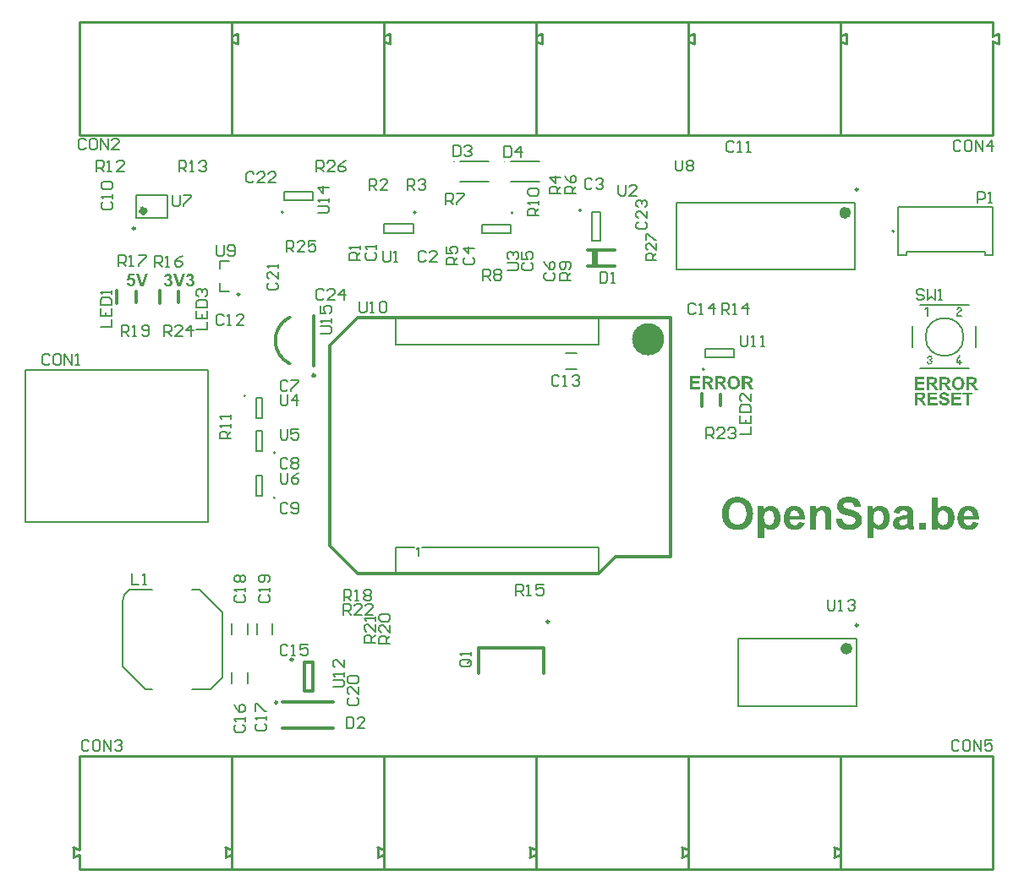
<source format=gto>
G04 Layer_Color=65535*
%FSLAX43Y43*%
%MOMM*%
G71*
G01*
G75*
%ADD31C,0.300*%
%ADD34C,0.600*%
%ADD66C,0.203*%
%ADD67C,0.200*%
%ADD68C,0.150*%
%ADD69C,0.250*%
%ADD70C,0.254*%
%ADD71C,0.100*%
%ADD72C,0.127*%
%ADD73C,0.180*%
G36*
X35593Y82146D02*
X35609Y82144D01*
X35626Y82142D01*
X35646Y82139D01*
X35667Y82133D01*
X35713Y82120D01*
X35737Y82111D01*
X35763Y82098D01*
X35787Y82085D01*
X35809Y82070D01*
X35833Y82052D01*
X35854Y82031D01*
X35855Y82029D01*
X35857Y82028D01*
X35863Y82022D01*
X35868Y82015D01*
X35883Y81996D01*
X35900Y81970D01*
X35917Y81939D01*
X35930Y81902D01*
X35941Y81861D01*
X35943Y81841D01*
X35944Y81818D01*
Y81816D01*
Y81811D01*
X35943Y81802D01*
X35941Y81791D01*
X35939Y81776D01*
X35935Y81759D01*
X35930Y81741D01*
X35922Y81720D01*
X35911Y81700D01*
X35900Y81678D01*
X35885Y81655D01*
X35867Y81633D01*
X35844Y81611D01*
X35820Y81589D01*
X35793Y81568D01*
X35759Y81548D01*
X35761D01*
X35765Y81546D01*
X35770D01*
X35778Y81542D01*
X35798Y81537D01*
X35822Y81526D01*
X35850Y81511D01*
X35880Y81492D01*
X35909Y81468D01*
X35935Y81441D01*
X35939Y81437D01*
X35946Y81426D01*
X35955Y81409D01*
X35968Y81385D01*
X35981Y81357D01*
X35991Y81322D01*
X35998Y81285D01*
X36002Y81242D01*
Y81241D01*
Y81235D01*
Y81226D01*
X36000Y81215D01*
X35998Y81200D01*
X35994Y81183D01*
X35991Y81163D01*
X35987Y81142D01*
X35972Y81098D01*
X35961Y81074D01*
X35950Y81048D01*
X35935Y81024D01*
X35918Y81000D01*
X35900Y80976D01*
X35878Y80954D01*
X35876Y80952D01*
X35872Y80948D01*
X35865Y80942D01*
X35855Y80935D01*
X35843Y80926D01*
X35830Y80917D01*
X35811Y80905D01*
X35793Y80894D01*
X35772Y80883D01*
X35748Y80872D01*
X35722Y80863D01*
X35696Y80854D01*
X35667Y80846D01*
X35637Y80841D01*
X35604Y80837D01*
X35570Y80835D01*
X35554D01*
X35541Y80837D01*
X35526Y80839D01*
X35509Y80841D01*
X35491Y80844D01*
X35468Y80848D01*
X35424Y80859D01*
X35376Y80878D01*
X35350Y80889D01*
X35328Y80902D01*
X35304Y80918D01*
X35281Y80935D01*
X35280Y80937D01*
X35276Y80941D01*
X35270Y80946D01*
X35263Y80954D01*
X35254Y80963D01*
X35244Y80976D01*
X35233Y80989D01*
X35222Y81005D01*
X35211Y81024D01*
X35198Y81042D01*
X35178Y81087D01*
X35161Y81139D01*
X35154Y81167D01*
X35150Y81196D01*
X35387Y81226D01*
Y81224D01*
Y81222D01*
X35389Y81211D01*
X35393Y81194D01*
X35398Y81174D01*
X35407Y81152D01*
X35417Y81128D01*
X35431Y81105D01*
X35448Y81085D01*
X35450Y81083D01*
X35457Y81078D01*
X35468Y81070D01*
X35481Y81063D01*
X35500Y81054D01*
X35520Y81046D01*
X35543Y81041D01*
X35568Y81039D01*
X35572D01*
X35581Y81041D01*
X35594Y81042D01*
X35613Y81046D01*
X35633Y81054D01*
X35654Y81063D01*
X35676Y81078D01*
X35696Y81096D01*
X35698Y81098D01*
X35706Y81107D01*
X35713Y81120D01*
X35724Y81137D01*
X35733Y81159D01*
X35743Y81187D01*
X35748Y81218D01*
X35750Y81254D01*
Y81255D01*
Y81257D01*
Y81268D01*
X35748Y81285D01*
X35744Y81307D01*
X35737Y81331D01*
X35728Y81355D01*
X35715Y81379D01*
X35698Y81402D01*
X35696Y81404D01*
X35689Y81411D01*
X35678Y81420D01*
X35665Y81429D01*
X35646Y81441D01*
X35626Y81448D01*
X35604Y81455D01*
X35578Y81457D01*
X35559D01*
X35546Y81455D01*
X35530Y81454D01*
X35509Y81450D01*
X35489Y81444D01*
X35465Y81439D01*
X35491Y81637D01*
X35507D01*
X35526Y81639D01*
X35548Y81641D01*
X35572Y81646D01*
X35598Y81654D01*
X35622Y81665D01*
X35644Y81679D01*
X35646Y81681D01*
X35654Y81689D01*
X35661Y81698D01*
X35672Y81713D01*
X35681Y81729D01*
X35691Y81750D01*
X35696Y81774D01*
X35698Y81802D01*
Y81805D01*
Y81813D01*
X35696Y81824D01*
X35693Y81839D01*
X35689Y81855D01*
X35681Y81872D01*
X35672Y81891D01*
X35659Y81905D01*
X35657Y81907D01*
X35652Y81911D01*
X35644Y81918D01*
X35631Y81926D01*
X35617Y81931D01*
X35600Y81939D01*
X35578Y81942D01*
X35556Y81944D01*
X35544D01*
X35533Y81942D01*
X35518Y81939D01*
X35502Y81933D01*
X35483Y81926D01*
X35465Y81915D01*
X35448Y81900D01*
X35446Y81898D01*
X35441Y81892D01*
X35433Y81881D01*
X35424Y81866D01*
X35415Y81850D01*
X35407Y81828D01*
X35400Y81802D01*
X35394Y81772D01*
X35169Y81809D01*
Y81811D01*
X35170Y81815D01*
Y81820D01*
X35172Y81829D01*
X35178Y81850D01*
X35185Y81878D01*
X35196Y81907D01*
X35207Y81939D01*
X35222Y81968D01*
X35239Y81996D01*
X35241Y82000D01*
X35248Y82007D01*
X35259Y82020D01*
X35274Y82037D01*
X35293Y82053D01*
X35315Y82072D01*
X35343Y82091D01*
X35372Y82107D01*
X35374D01*
X35376Y82109D01*
X35387Y82113D01*
X35406Y82120D01*
X35428Y82128D01*
X35456Y82135D01*
X35489Y82142D01*
X35524Y82146D01*
X35563Y82148D01*
X35580D01*
X35593Y82146D01*
D02*
G37*
G36*
X37783D02*
X37800Y82144D01*
X37816Y82142D01*
X37837Y82139D01*
X37857Y82133D01*
X37903Y82120D01*
X37927Y82111D01*
X37953Y82098D01*
X37977Y82085D01*
X38000Y82070D01*
X38024Y82052D01*
X38044Y82031D01*
X38046Y82029D01*
X38048Y82028D01*
X38053Y82022D01*
X38059Y82015D01*
X38074Y81996D01*
X38090Y81970D01*
X38107Y81939D01*
X38120Y81902D01*
X38131Y81861D01*
X38133Y81841D01*
X38135Y81818D01*
Y81816D01*
Y81811D01*
X38133Y81802D01*
X38131Y81791D01*
X38129Y81776D01*
X38126Y81759D01*
X38120Y81741D01*
X38113Y81720D01*
X38102Y81700D01*
X38090Y81678D01*
X38076Y81655D01*
X38057Y81633D01*
X38035Y81611D01*
X38011Y81589D01*
X37983Y81568D01*
X37950Y81548D01*
X37952D01*
X37955Y81546D01*
X37961D01*
X37968Y81542D01*
X37989Y81537D01*
X38013Y81526D01*
X38040Y81511D01*
X38070Y81492D01*
X38100Y81468D01*
X38126Y81441D01*
X38129Y81437D01*
X38137Y81426D01*
X38146Y81409D01*
X38159Y81385D01*
X38172Y81357D01*
X38181Y81322D01*
X38189Y81285D01*
X38192Y81242D01*
Y81241D01*
Y81235D01*
Y81226D01*
X38190Y81215D01*
X38189Y81200D01*
X38185Y81183D01*
X38181Y81163D01*
X38177Y81142D01*
X38163Y81098D01*
X38152Y81074D01*
X38140Y81048D01*
X38126Y81024D01*
X38109Y81000D01*
X38090Y80976D01*
X38068Y80954D01*
X38066Y80952D01*
X38063Y80948D01*
X38055Y80942D01*
X38046Y80935D01*
X38033Y80926D01*
X38020Y80917D01*
X38002Y80905D01*
X37983Y80894D01*
X37963Y80883D01*
X37939Y80872D01*
X37913Y80863D01*
X37887Y80854D01*
X37857Y80846D01*
X37827Y80841D01*
X37794Y80837D01*
X37761Y80835D01*
X37744D01*
X37731Y80837D01*
X37716Y80839D01*
X37700Y80841D01*
X37681Y80844D01*
X37659Y80848D01*
X37615Y80859D01*
X37566Y80878D01*
X37540Y80889D01*
X37518Y80902D01*
X37494Y80918D01*
X37472Y80935D01*
X37470Y80937D01*
X37466Y80941D01*
X37461Y80946D01*
X37453Y80954D01*
X37444Y80963D01*
X37435Y80976D01*
X37424Y80989D01*
X37413Y81005D01*
X37402Y81024D01*
X37389Y81042D01*
X37368Y81087D01*
X37352Y81139D01*
X37344Y81167D01*
X37341Y81196D01*
X37578Y81226D01*
Y81224D01*
Y81222D01*
X37579Y81211D01*
X37583Y81194D01*
X37589Y81174D01*
X37598Y81152D01*
X37607Y81128D01*
X37622Y81105D01*
X37639Y81085D01*
X37640Y81083D01*
X37648Y81078D01*
X37659Y81070D01*
X37672Y81063D01*
X37690Y81054D01*
X37711Y81046D01*
X37733Y81041D01*
X37759Y81039D01*
X37763D01*
X37772Y81041D01*
X37785Y81042D01*
X37803Y81046D01*
X37824Y81054D01*
X37844Y81063D01*
X37866Y81078D01*
X37887Y81096D01*
X37889Y81098D01*
X37896Y81107D01*
X37903Y81120D01*
X37915Y81137D01*
X37924Y81159D01*
X37933Y81187D01*
X37939Y81218D01*
X37940Y81254D01*
Y81255D01*
Y81257D01*
Y81268D01*
X37939Y81285D01*
X37935Y81307D01*
X37927Y81331D01*
X37918Y81355D01*
X37905Y81379D01*
X37889Y81402D01*
X37887Y81404D01*
X37879Y81411D01*
X37868Y81420D01*
X37855Y81429D01*
X37837Y81441D01*
X37816Y81448D01*
X37794Y81455D01*
X37768Y81457D01*
X37750D01*
X37737Y81455D01*
X37720Y81454D01*
X37700Y81450D01*
X37679Y81444D01*
X37655Y81439D01*
X37681Y81637D01*
X37698D01*
X37716Y81639D01*
X37739Y81641D01*
X37763Y81646D01*
X37789Y81654D01*
X37813Y81665D01*
X37835Y81679D01*
X37837Y81681D01*
X37844Y81689D01*
X37852Y81698D01*
X37863Y81713D01*
X37872Y81729D01*
X37881Y81750D01*
X37887Y81774D01*
X37889Y81802D01*
Y81805D01*
Y81813D01*
X37887Y81824D01*
X37883Y81839D01*
X37879Y81855D01*
X37872Y81872D01*
X37863Y81891D01*
X37850Y81905D01*
X37848Y81907D01*
X37842Y81911D01*
X37835Y81918D01*
X37822Y81926D01*
X37807Y81931D01*
X37790Y81939D01*
X37768Y81942D01*
X37746Y81944D01*
X37735D01*
X37724Y81942D01*
X37709Y81939D01*
X37692Y81933D01*
X37674Y81926D01*
X37655Y81915D01*
X37639Y81900D01*
X37637Y81898D01*
X37631Y81892D01*
X37624Y81881D01*
X37615Y81866D01*
X37605Y81850D01*
X37598Y81828D01*
X37590Y81802D01*
X37585Y81772D01*
X37359Y81809D01*
Y81811D01*
X37361Y81815D01*
Y81820D01*
X37363Y81829D01*
X37368Y81850D01*
X37376Y81878D01*
X37387Y81907D01*
X37398Y81939D01*
X37413Y81968D01*
X37429Y81996D01*
X37431Y82000D01*
X37439Y82007D01*
X37450Y82020D01*
X37465Y82037D01*
X37483Y82053D01*
X37505Y82072D01*
X37533Y82091D01*
X37563Y82107D01*
X37565D01*
X37566Y82109D01*
X37578Y82113D01*
X37596Y82120D01*
X37618Y82128D01*
X37646Y82135D01*
X37679Y82142D01*
X37715Y82146D01*
X37753Y82148D01*
X37770D01*
X37783Y82146D01*
D02*
G37*
G36*
X36818Y80859D02*
X36539D01*
X36080Y82141D01*
X36359D01*
X36685Y81192D01*
X36998Y82141D01*
X37274D01*
X36818Y80859D01*
D02*
G37*
G36*
X95975Y58885D02*
X96008Y58880D01*
X96049Y58871D01*
X96096Y58862D01*
X96142Y58848D01*
X96198Y58834D01*
X96248Y58811D01*
X96309Y58788D01*
X96364Y58755D01*
X96424Y58718D01*
X96480Y58676D01*
X96535Y58626D01*
X96591Y58570D01*
X96596Y58565D01*
X96605Y58556D01*
X96619Y58538D01*
X96637Y58510D01*
X96656Y58482D01*
X96679Y58440D01*
X96707Y58394D01*
X96734Y58343D01*
X96758Y58283D01*
X96785Y58218D01*
X96808Y58144D01*
X96832Y58066D01*
X96845Y57978D01*
X96859Y57890D01*
X96869Y57788D01*
X96873Y57686D01*
Y57681D01*
Y57663D01*
Y57631D01*
X96869Y57589D01*
X96864Y57543D01*
X96859Y57487D01*
X96850Y57422D01*
X96836Y57357D01*
X96804Y57209D01*
X96781Y57135D01*
X96753Y57061D01*
X96720Y56987D01*
X96679Y56918D01*
X96637Y56848D01*
X96586Y56784D01*
X96582Y56779D01*
X96572Y56770D01*
X96559Y56756D01*
X96535Y56733D01*
X96508Y56710D01*
X96475Y56682D01*
X96438Y56654D01*
X96397Y56626D01*
X96346Y56594D01*
X96295Y56566D01*
X96179Y56515D01*
X96114Y56492D01*
X96045Y56478D01*
X95975Y56469D01*
X95901Y56464D01*
X95869D01*
X95832Y56469D01*
X95786Y56474D01*
X95730Y56483D01*
X95670Y56497D01*
X95610Y56515D01*
X95550Y56538D01*
X95545Y56543D01*
X95522Y56552D01*
X95494Y56575D01*
X95452Y56603D01*
X95402Y56636D01*
X95351Y56682D01*
X95290Y56737D01*
X95226Y56802D01*
Y55627D01*
X94610D01*
Y58838D01*
X95184D01*
Y58496D01*
X95189Y58505D01*
X95203Y58524D01*
X95230Y58556D01*
X95263Y58598D01*
X95304Y58644D01*
X95360Y58690D01*
X95415Y58737D01*
X95485Y58778D01*
X95494Y58783D01*
X95517Y58797D01*
X95559Y58815D01*
X95610Y58834D01*
X95670Y58852D01*
X95744Y58871D01*
X95823Y58885D01*
X95906Y58889D01*
X95943D01*
X95975Y58885D01*
D02*
G37*
G36*
X103806Y59773D02*
X103857Y59769D01*
X103917Y59764D01*
X103977Y59755D01*
X104046Y59745D01*
X104195Y59713D01*
X104269Y59690D01*
X104343Y59667D01*
X104417Y59634D01*
X104486Y59597D01*
X104551Y59556D01*
X104611Y59509D01*
X104616Y59505D01*
X104625Y59496D01*
X104639Y59482D01*
X104657Y59463D01*
X104680Y59435D01*
X104708Y59403D01*
X104736Y59366D01*
X104768Y59324D01*
X104796Y59273D01*
X104824Y59223D01*
X104852Y59162D01*
X104875Y59098D01*
X104898Y59033D01*
X104916Y58959D01*
X104930Y58885D01*
X104935Y58801D01*
X104287Y58778D01*
Y58783D01*
Y58788D01*
X104278Y58820D01*
X104269Y58862D01*
X104250Y58912D01*
X104227Y58973D01*
X104195Y59028D01*
X104153Y59084D01*
X104107Y59130D01*
X104102Y59135D01*
X104083Y59148D01*
X104051Y59167D01*
X104005Y59186D01*
X103949Y59204D01*
X103880Y59223D01*
X103797Y59236D01*
X103699Y59241D01*
X103653D01*
X103602Y59236D01*
X103542Y59227D01*
X103473Y59213D01*
X103399Y59190D01*
X103329Y59162D01*
X103264Y59121D01*
X103260Y59116D01*
X103250Y59107D01*
X103232Y59093D01*
X103213Y59070D01*
X103195Y59042D01*
X103176Y59005D01*
X103167Y58968D01*
X103162Y58922D01*
Y58917D01*
Y58903D01*
X103167Y58880D01*
X103176Y58857D01*
X103186Y58825D01*
X103200Y58792D01*
X103223Y58760D01*
X103255Y58727D01*
X103260Y58723D01*
X103283Y58709D01*
X103297Y58700D01*
X103320Y58690D01*
X103343Y58676D01*
X103375Y58663D01*
X103412Y58649D01*
X103454Y58630D01*
X103505Y58612D01*
X103556Y58593D01*
X103621Y58575D01*
X103690Y58556D01*
X103764Y58538D01*
X103847Y58514D01*
X103852D01*
X103871Y58510D01*
X103894Y58505D01*
X103926Y58496D01*
X103963Y58487D01*
X104009Y58473D01*
X104060Y58459D01*
X104111Y58445D01*
X104222Y58408D01*
X104338Y58371D01*
X104449Y58329D01*
X104495Y58306D01*
X104542Y58283D01*
X104546D01*
X104551Y58278D01*
X104579Y58260D01*
X104620Y58232D01*
X104671Y58195D01*
X104727Y58149D01*
X104787Y58093D01*
X104847Y58029D01*
X104898Y57954D01*
X104903Y57945D01*
X104916Y57917D01*
X104940Y57876D01*
X104963Y57816D01*
X104986Y57742D01*
X105009Y57654D01*
X105023Y57556D01*
X105028Y57445D01*
Y57441D01*
Y57432D01*
Y57418D01*
Y57399D01*
X105023Y57376D01*
X105018Y57344D01*
X105009Y57279D01*
X104991Y57196D01*
X104963Y57108D01*
X104921Y57020D01*
X104870Y56927D01*
Y56922D01*
X104861Y56918D01*
X104842Y56890D01*
X104805Y56844D01*
X104759Y56793D01*
X104699Y56733D01*
X104620Y56677D01*
X104537Y56622D01*
X104435Y56571D01*
X104431D01*
X104421Y56566D01*
X104407Y56562D01*
X104384Y56552D01*
X104356Y56543D01*
X104324Y56534D01*
X104287Y56524D01*
X104245Y56515D01*
X104195Y56501D01*
X104144Y56492D01*
X104023Y56474D01*
X103889Y56460D01*
X103741Y56455D01*
X103681D01*
X103639Y56460D01*
X103588Y56464D01*
X103533Y56469D01*
X103468Y56478D01*
X103399Y56492D01*
X103246Y56524D01*
X103167Y56548D01*
X103093Y56571D01*
X103014Y56603D01*
X102940Y56640D01*
X102871Y56682D01*
X102806Y56733D01*
X102802Y56737D01*
X102792Y56747D01*
X102774Y56761D01*
X102755Y56784D01*
X102727Y56816D01*
X102700Y56853D01*
X102667Y56895D01*
X102635Y56941D01*
X102603Y56997D01*
X102570Y57057D01*
X102538Y57126D01*
X102505Y57200D01*
X102482Y57279D01*
X102454Y57367D01*
X102436Y57459D01*
X102422Y57556D01*
X103051Y57617D01*
Y57612D01*
X103056Y57603D01*
Y57584D01*
X103061Y57566D01*
X103079Y57510D01*
X103102Y57441D01*
X103130Y57362D01*
X103172Y57283D01*
X103218Y57214D01*
X103278Y57149D01*
X103287Y57145D01*
X103311Y57126D01*
X103348Y57103D01*
X103403Y57075D01*
X103473Y57047D01*
X103551Y57024D01*
X103644Y57006D01*
X103750Y57001D01*
X103801D01*
X103857Y57010D01*
X103926Y57020D01*
X104000Y57034D01*
X104079Y57057D01*
X104153Y57089D01*
X104218Y57131D01*
X104227Y57135D01*
X104245Y57154D01*
X104269Y57182D01*
X104301Y57219D01*
X104329Y57265D01*
X104356Y57320D01*
X104375Y57376D01*
X104380Y57441D01*
Y57445D01*
Y57459D01*
X104375Y57482D01*
X104370Y57510D01*
X104361Y57538D01*
X104352Y57570D01*
X104333Y57603D01*
X104310Y57635D01*
X104306Y57640D01*
X104296Y57649D01*
X104282Y57663D01*
X104259Y57681D01*
X104227Y57705D01*
X104185Y57728D01*
X104139Y57751D01*
X104079Y57774D01*
X104074D01*
X104056Y57783D01*
X104023Y57793D01*
X104000Y57802D01*
X103972Y57806D01*
X103940Y57816D01*
X103903Y57830D01*
X103861Y57839D01*
X103815Y57853D01*
X103759Y57867D01*
X103699Y57880D01*
X103635Y57899D01*
X103560Y57917D01*
X103556D01*
X103537Y57922D01*
X103510Y57931D01*
X103477Y57941D01*
X103436Y57954D01*
X103385Y57968D01*
X103334Y57987D01*
X103274Y58005D01*
X103153Y58052D01*
X103038Y58107D01*
X102977Y58135D01*
X102926Y58167D01*
X102876Y58200D01*
X102834Y58232D01*
X102829Y58237D01*
X102820Y58246D01*
X102806Y58260D01*
X102788Y58278D01*
X102764Y58306D01*
X102741Y58339D01*
X102714Y58371D01*
X102690Y58413D01*
X102635Y58510D01*
X102589Y58621D01*
X102570Y58681D01*
X102556Y58741D01*
X102547Y58811D01*
X102542Y58880D01*
Y58885D01*
Y58889D01*
Y58903D01*
Y58922D01*
X102552Y58968D01*
X102561Y59028D01*
X102575Y59098D01*
X102598Y59176D01*
X102630Y59260D01*
X102677Y59338D01*
Y59343D01*
X102681Y59347D01*
X102704Y59375D01*
X102732Y59412D01*
X102778Y59459D01*
X102834Y59509D01*
X102903Y59565D01*
X102982Y59616D01*
X103075Y59662D01*
X103079D01*
X103088Y59667D01*
X103102Y59671D01*
X103121Y59681D01*
X103149Y59690D01*
X103176Y59699D01*
X103213Y59708D01*
X103255Y59722D01*
X103348Y59741D01*
X103454Y59759D01*
X103574Y59773D01*
X103709Y59778D01*
X103764D01*
X103806Y59773D01*
D02*
G37*
G36*
X106920Y58885D02*
X106953Y58880D01*
X106994Y58871D01*
X107041Y58862D01*
X107087Y58848D01*
X107142Y58834D01*
X107193Y58811D01*
X107254Y58788D01*
X107309Y58755D01*
X107369Y58718D01*
X107425Y58676D01*
X107480Y58626D01*
X107536Y58570D01*
X107540Y58565D01*
X107550Y58556D01*
X107564Y58538D01*
X107582Y58510D01*
X107601Y58482D01*
X107624Y58440D01*
X107652Y58394D01*
X107679Y58343D01*
X107702Y58283D01*
X107730Y58218D01*
X107753Y58144D01*
X107776Y58066D01*
X107790Y57978D01*
X107804Y57890D01*
X107814Y57788D01*
X107818Y57686D01*
Y57681D01*
Y57663D01*
Y57631D01*
X107814Y57589D01*
X107809Y57543D01*
X107804Y57487D01*
X107795Y57422D01*
X107781Y57357D01*
X107749Y57209D01*
X107726Y57135D01*
X107698Y57061D01*
X107665Y56987D01*
X107624Y56918D01*
X107582Y56848D01*
X107531Y56784D01*
X107527Y56779D01*
X107517Y56770D01*
X107503Y56756D01*
X107480Y56733D01*
X107453Y56710D01*
X107420Y56682D01*
X107383Y56654D01*
X107341Y56626D01*
X107291Y56594D01*
X107240Y56566D01*
X107124Y56515D01*
X107059Y56492D01*
X106990Y56478D01*
X106920Y56469D01*
X106846Y56464D01*
X106814D01*
X106777Y56469D01*
X106731Y56474D01*
X106675Y56483D01*
X106615Y56497D01*
X106555Y56515D01*
X106495Y56538D01*
X106490Y56543D01*
X106467Y56552D01*
X106439Y56575D01*
X106397Y56603D01*
X106346Y56636D01*
X106296Y56682D01*
X106235Y56737D01*
X106171Y56802D01*
Y55627D01*
X105555D01*
Y58838D01*
X106129D01*
Y58496D01*
X106134Y58505D01*
X106147Y58524D01*
X106175Y58556D01*
X106208Y58598D01*
X106249Y58644D01*
X106305Y58690D01*
X106360Y58737D01*
X106430Y58778D01*
X106439Y58783D01*
X106462Y58797D01*
X106504Y58815D01*
X106555Y58834D01*
X106615Y58852D01*
X106689Y58871D01*
X106768Y58885D01*
X106851Y58889D01*
X106888D01*
X106920Y58885D01*
D02*
G37*
G36*
X101251D02*
X101302Y58880D01*
X101358Y58871D01*
X101418Y58857D01*
X101483Y58838D01*
X101547Y58815D01*
X101557Y58811D01*
X101575Y58801D01*
X101608Y58788D01*
X101645Y58764D01*
X101686Y58737D01*
X101728Y58704D01*
X101770Y58667D01*
X101807Y58626D01*
X101811Y58621D01*
X101820Y58607D01*
X101834Y58584D01*
X101853Y58551D01*
X101876Y58514D01*
X101894Y58468D01*
X101913Y58422D01*
X101927Y58366D01*
Y58362D01*
X101931Y58339D01*
X101941Y58306D01*
X101945Y58260D01*
X101955Y58204D01*
X101959Y58130D01*
X101964Y58052D01*
Y57954D01*
Y56515D01*
X101348D01*
Y57695D01*
Y57700D01*
Y57714D01*
Y57732D01*
Y57755D01*
Y57788D01*
Y57820D01*
X101344Y57899D01*
X101339Y57978D01*
X101330Y58061D01*
X101321Y58130D01*
X101316Y58158D01*
X101307Y58181D01*
Y58186D01*
X101297Y58200D01*
X101288Y58218D01*
X101274Y58246D01*
X101233Y58302D01*
X101210Y58329D01*
X101177Y58352D01*
X101173Y58357D01*
X101163Y58362D01*
X101145Y58371D01*
X101117Y58385D01*
X101085Y58399D01*
X101052Y58408D01*
X101011Y58413D01*
X100964Y58417D01*
X100936D01*
X100909Y58413D01*
X100872Y58408D01*
X100825Y58394D01*
X100779Y58380D01*
X100728Y58357D01*
X100677Y58329D01*
X100673Y58325D01*
X100659Y58315D01*
X100636Y58292D01*
X100608Y58269D01*
X100580Y58232D01*
X100552Y58195D01*
X100525Y58144D01*
X100506Y58093D01*
Y58089D01*
X100497Y58066D01*
X100492Y58029D01*
X100483Y57973D01*
X100478Y57941D01*
X100474Y57899D01*
X100469Y57857D01*
Y57806D01*
X100464Y57755D01*
X100460Y57695D01*
Y57631D01*
Y57561D01*
Y56515D01*
X99844D01*
Y58838D01*
X100414D01*
Y58496D01*
X100418Y58501D01*
X100427Y58514D01*
X100446Y58533D01*
X100469Y58556D01*
X100497Y58589D01*
X100534Y58621D01*
X100576Y58658D01*
X100622Y58695D01*
X100673Y58727D01*
X100733Y58764D01*
X100793Y58797D01*
X100862Y58829D01*
X100936Y58852D01*
X101011Y58871D01*
X101094Y58885D01*
X101177Y58889D01*
X101210D01*
X101251Y58885D01*
D02*
G37*
G36*
X111409Y56515D02*
X110794D01*
Y57131D01*
X111409D01*
Y56515D01*
D02*
G37*
G36*
X92634Y59773D02*
X92680D01*
X92741Y59764D01*
X92810Y59755D01*
X92889Y59741D01*
X92972Y59722D01*
X93060Y59699D01*
X93152Y59671D01*
X93245Y59634D01*
X93342Y59593D01*
X93435Y59542D01*
X93527Y59482D01*
X93615Y59412D01*
X93698Y59334D01*
X93703Y59329D01*
X93717Y59315D01*
X93740Y59287D01*
X93763Y59255D01*
X93796Y59209D01*
X93833Y59153D01*
X93870Y59088D01*
X93911Y59014D01*
X93953Y58936D01*
X93990Y58843D01*
X94027Y58741D01*
X94059Y58635D01*
X94087Y58514D01*
X94106Y58390D01*
X94120Y58255D01*
X94124Y58112D01*
Y58103D01*
Y58079D01*
X94120Y58038D01*
Y57982D01*
X94110Y57917D01*
X94101Y57843D01*
X94087Y57755D01*
X94073Y57668D01*
X94050Y57570D01*
X94022Y57469D01*
X93985Y57367D01*
X93944Y57265D01*
X93897Y57168D01*
X93837Y57071D01*
X93773Y56978D01*
X93698Y56890D01*
X93694Y56885D01*
X93680Y56872D01*
X93657Y56848D01*
X93620Y56821D01*
X93578Y56788D01*
X93527Y56751D01*
X93467Y56714D01*
X93402Y56673D01*
X93324Y56631D01*
X93240Y56594D01*
X93148Y56557D01*
X93046Y56524D01*
X92939Y56497D01*
X92824Y56474D01*
X92703Y56460D01*
X92574Y56455D01*
X92542D01*
X92504Y56460D01*
X92458Y56464D01*
X92398Y56469D01*
X92329Y56478D01*
X92250Y56492D01*
X92167Y56511D01*
X92074Y56534D01*
X91986Y56562D01*
X91889Y56599D01*
X91796Y56640D01*
X91699Y56686D01*
X91611Y56747D01*
X91523Y56811D01*
X91440Y56890D01*
X91435Y56895D01*
X91422Y56909D01*
X91403Y56936D01*
X91375Y56969D01*
X91343Y57015D01*
X91306Y57071D01*
X91269Y57131D01*
X91232Y57205D01*
X91190Y57283D01*
X91153Y57376D01*
X91116Y57473D01*
X91084Y57580D01*
X91056Y57695D01*
X91037Y57820D01*
X91024Y57954D01*
X91019Y58093D01*
Y58098D01*
Y58116D01*
Y58140D01*
X91024Y58177D01*
Y58218D01*
X91028Y58265D01*
X91033Y58320D01*
X91037Y58380D01*
X91056Y58510D01*
X91079Y58649D01*
X91116Y58788D01*
X91162Y58917D01*
Y58922D01*
X91167Y58926D01*
X91176Y58940D01*
X91181Y58959D01*
X91209Y59005D01*
X91241Y59065D01*
X91283Y59135D01*
X91334Y59204D01*
X91394Y59283D01*
X91459Y59357D01*
X91463Y59361D01*
X91468Y59366D01*
X91491Y59389D01*
X91533Y59426D01*
X91584Y59468D01*
X91644Y59514D01*
X91713Y59565D01*
X91792Y59611D01*
X91875Y59648D01*
X91880D01*
X91889Y59653D01*
X91907Y59662D01*
X91931Y59667D01*
X91958Y59681D01*
X91991Y59690D01*
X92032Y59699D01*
X92074Y59713D01*
X92176Y59736D01*
X92292Y59759D01*
X92426Y59773D01*
X92565Y59778D01*
X92597D01*
X92634Y59773D01*
D02*
G37*
G36*
X33080Y80900D02*
X32801D01*
X32342Y82181D01*
X32621D01*
X32947Y81233D01*
X33260Y82181D01*
X33536D01*
X33080Y80900D01*
D02*
G37*
G36*
X32230Y81935D02*
X31766D01*
X31727Y81717D01*
X31729D01*
X31731Y81718D01*
X31742Y81724D01*
X31758Y81730D01*
X31779Y81739D01*
X31805Y81746D01*
X31832Y81752D01*
X31864Y81757D01*
X31895Y81759D01*
X31912D01*
X31923Y81757D01*
X31936Y81755D01*
X31953Y81754D01*
X31971Y81750D01*
X31992Y81744D01*
X32034Y81730D01*
X32058Y81720D01*
X32080Y81709D01*
X32105Y81694D01*
X32129Y81678D01*
X32151Y81659D01*
X32173Y81639D01*
X32175Y81637D01*
X32179Y81633D01*
X32184Y81626D01*
X32192Y81617D01*
X32199Y81605D01*
X32210Y81591D01*
X32219Y81574D01*
X32230Y81555D01*
X32242Y81535D01*
X32251Y81511D01*
X32262Y81485D01*
X32269Y81459D01*
X32277Y81430D01*
X32282Y81398D01*
X32286Y81365D01*
X32288Y81330D01*
Y81328D01*
Y81322D01*
Y81315D01*
X32286Y81304D01*
Y81289D01*
X32282Y81272D01*
X32280Y81254D01*
X32277Y81235D01*
X32266Y81191D01*
X32249Y81143D01*
X32238Y81117D01*
X32227Y81093D01*
X32212Y81068D01*
X32195Y81044D01*
X32193Y81043D01*
X32190Y81037D01*
X32182Y81030D01*
X32173Y81019D01*
X32160Y81006D01*
X32143Y80991D01*
X32125Y80976D01*
X32105Y80961D01*
X32080Y80944D01*
X32055Y80930D01*
X32027Y80915D01*
X31995Y80902D01*
X31962Y80891D01*
X31927Y80883D01*
X31888Y80878D01*
X31847Y80876D01*
X31831D01*
X31818Y80878D01*
X31803Y80880D01*
X31784Y80881D01*
X31766Y80883D01*
X31743Y80887D01*
X31699Y80898D01*
X31649Y80917D01*
X31625Y80926D01*
X31601Y80939D01*
X31579Y80954D01*
X31556Y80970D01*
X31555Y80972D01*
X31551Y80974D01*
X31545Y80980D01*
X31538Y80987D01*
X31531Y80998D01*
X31519Y81009D01*
X31510Y81022D01*
X31499Y81037D01*
X31486Y81056D01*
X31475Y81074D01*
X31455Y81118D01*
X31436Y81168D01*
X31431Y81196D01*
X31425Y81226D01*
X31669Y81252D01*
Y81248D01*
X31671Y81239D01*
X31675Y81222D01*
X31681Y81204D01*
X31688Y81183D01*
X31699Y81161D01*
X31714Y81141D01*
X31731Y81120D01*
X31732Y81118D01*
X31740Y81113D01*
X31751Y81106D01*
X31766Y81096D01*
X31782Y81087D01*
X31803Y81080D01*
X31827Y81074D01*
X31851Y81072D01*
X31855D01*
X31864Y81074D01*
X31879Y81076D01*
X31897Y81080D01*
X31918Y81087D01*
X31940Y81098D01*
X31962Y81115D01*
X31982Y81135D01*
X31984Y81139D01*
X31992Y81146D01*
X31999Y81161D01*
X32010Y81183D01*
X32019Y81209D01*
X32029Y81241D01*
X32034Y81280D01*
X32036Y81324D01*
Y81326D01*
Y81330D01*
Y81335D01*
Y81344D01*
X32034Y81365D01*
X32029Y81391D01*
X32023Y81420D01*
X32014Y81450D01*
X32001Y81478D01*
X31982Y81502D01*
X31980Y81504D01*
X31973Y81511D01*
X31960Y81520D01*
X31945Y81533D01*
X31925Y81544D01*
X31901Y81554D01*
X31873Y81561D01*
X31843Y81563D01*
X31832D01*
X31825Y81561D01*
X31806Y81557D01*
X31781Y81552D01*
X31751Y81541D01*
X31719Y81524D01*
X31703Y81513D01*
X31686Y81500D01*
X31669Y81485D01*
X31653Y81468D01*
X31455Y81496D01*
X31581Y82165D01*
X32230D01*
Y81935D01*
D02*
G37*
G36*
X98331Y58885D02*
X98373Y58880D01*
X98424Y58871D01*
X98479Y58862D01*
X98539Y58848D01*
X98604Y58829D01*
X98669Y58806D01*
X98738Y58778D01*
X98808Y58741D01*
X98872Y58704D01*
X98937Y58658D01*
X99002Y58602D01*
X99058Y58542D01*
X99062Y58538D01*
X99071Y58528D01*
X99085Y58505D01*
X99104Y58477D01*
X99127Y58440D01*
X99150Y58399D01*
X99178Y58343D01*
X99206Y58283D01*
X99233Y58214D01*
X99261Y58135D01*
X99284Y58052D01*
X99307Y57954D01*
X99326Y57853D01*
X99340Y57742D01*
X99349Y57626D01*
Y57496D01*
X97813D01*
Y57492D01*
Y57482D01*
Y57469D01*
X97817Y57450D01*
X97822Y57404D01*
X97831Y57339D01*
X97850Y57274D01*
X97877Y57200D01*
X97910Y57131D01*
X97956Y57071D01*
X97961Y57066D01*
X97984Y57047D01*
X98012Y57024D01*
X98053Y56997D01*
X98104Y56969D01*
X98169Y56946D01*
X98238Y56927D01*
X98312Y56922D01*
X98336D01*
X98363Y56927D01*
X98396Y56932D01*
X98433Y56941D01*
X98474Y56955D01*
X98516Y56973D01*
X98553Y57001D01*
X98558Y57006D01*
X98572Y57015D01*
X98590Y57034D01*
X98609Y57061D01*
X98636Y57098D01*
X98660Y57140D01*
X98683Y57196D01*
X98706Y57256D01*
X99317Y57154D01*
Y57149D01*
X99312Y57140D01*
X99303Y57121D01*
X99294Y57098D01*
X99280Y57071D01*
X99266Y57038D01*
X99224Y56964D01*
X99173Y56881D01*
X99108Y56793D01*
X99030Y56714D01*
X98942Y56640D01*
X98937D01*
X98933Y56631D01*
X98914Y56626D01*
X98896Y56612D01*
X98872Y56599D01*
X98840Y56585D01*
X98808Y56571D01*
X98766Y56552D01*
X98673Y56520D01*
X98567Y56492D01*
X98442Y56474D01*
X98308Y56464D01*
X98280D01*
X98252Y56469D01*
X98211D01*
X98160Y56478D01*
X98100Y56487D01*
X98035Y56497D01*
X97970Y56515D01*
X97896Y56534D01*
X97822Y56562D01*
X97748Y56594D01*
X97674Y56631D01*
X97600Y56677D01*
X97530Y56728D01*
X97470Y56788D01*
X97410Y56858D01*
X97405Y56862D01*
X97401Y56872D01*
X97392Y56890D01*
X97373Y56913D01*
X97359Y56946D01*
X97341Y56983D01*
X97317Y57024D01*
X97299Y57075D01*
X97276Y57131D01*
X97257Y57191D01*
X97234Y57256D01*
X97220Y57330D01*
X97206Y57404D01*
X97193Y57482D01*
X97188Y57570D01*
X97183Y57658D01*
Y57663D01*
Y57681D01*
Y57714D01*
X97188Y57755D01*
X97193Y57802D01*
X97197Y57857D01*
X97206Y57917D01*
X97220Y57987D01*
X97257Y58130D01*
X97280Y58204D01*
X97308Y58283D01*
X97345Y58357D01*
X97387Y58427D01*
X97433Y58496D01*
X97484Y58561D01*
X97489Y58565D01*
X97498Y58575D01*
X97516Y58593D01*
X97540Y58612D01*
X97567Y58635D01*
X97604Y58663D01*
X97646Y58695D01*
X97692Y58727D01*
X97743Y58755D01*
X97803Y58788D01*
X97864Y58815D01*
X97933Y58838D01*
X98002Y58857D01*
X98081Y58875D01*
X98160Y58885D01*
X98243Y58889D01*
X98294D01*
X98331Y58885D01*
D02*
G37*
G36*
X109313D02*
X109350D01*
X109443Y58875D01*
X109540Y58866D01*
X109642Y58848D01*
X109739Y58820D01*
X109780Y58806D01*
X109822Y58788D01*
X109827D01*
X109831Y58783D01*
X109854Y58769D01*
X109891Y58750D01*
X109933Y58723D01*
X109984Y58686D01*
X110030Y58644D01*
X110072Y58593D01*
X110109Y58542D01*
X110114Y58533D01*
X110123Y58514D01*
X110137Y58473D01*
X110141Y58450D01*
X110151Y58417D01*
X110160Y58385D01*
X110164Y58343D01*
X110174Y58297D01*
X110178Y58246D01*
X110183Y58191D01*
X110188Y58130D01*
X110192Y58066D01*
Y57992D01*
X110183Y57274D01*
Y57270D01*
Y57260D01*
Y57246D01*
Y57223D01*
Y57168D01*
X110188Y57103D01*
Y57029D01*
X110197Y56955D01*
X110201Y56881D01*
X110211Y56821D01*
Y56816D01*
X110215Y56798D01*
X110225Y56765D01*
X110234Y56728D01*
X110252Y56682D01*
X110271Y56631D01*
X110294Y56575D01*
X110322Y56515D01*
X109716D01*
Y56520D01*
X109711Y56524D01*
X109706Y56543D01*
X109697Y56562D01*
X109688Y56585D01*
X109679Y56617D01*
X109669Y56654D01*
X109655Y56696D01*
Y56700D01*
X109651Y56705D01*
X109646Y56723D01*
X109637Y56747D01*
X109632Y56765D01*
X109623Y56761D01*
X109604Y56742D01*
X109572Y56714D01*
X109530Y56682D01*
X109480Y56645D01*
X109424Y56603D01*
X109359Y56571D01*
X109294Y56538D01*
X109285Y56534D01*
X109262Y56529D01*
X109225Y56515D01*
X109179Y56501D01*
X109123Y56487D01*
X109058Y56478D01*
X108984Y56469D01*
X108910Y56464D01*
X108878D01*
X108850Y56469D01*
X108822D01*
X108785Y56474D01*
X108707Y56487D01*
X108614Y56511D01*
X108522Y56543D01*
X108429Y56589D01*
X108346Y56654D01*
Y56659D01*
X108336Y56663D01*
X108313Y56691D01*
X108281Y56733D01*
X108244Y56788D01*
X108207Y56858D01*
X108174Y56941D01*
X108151Y57038D01*
X108147Y57089D01*
X108142Y57145D01*
Y57154D01*
Y57177D01*
X108147Y57214D01*
X108156Y57260D01*
X108165Y57316D01*
X108179Y57371D01*
X108202Y57432D01*
X108235Y57492D01*
X108239Y57501D01*
X108253Y57519D01*
X108272Y57547D01*
X108304Y57580D01*
X108336Y57617D01*
X108383Y57658D01*
X108434Y57695D01*
X108494Y57728D01*
X108503Y57732D01*
X108526Y57742D01*
X108563Y57755D01*
X108619Y57779D01*
X108688Y57802D01*
X108771Y57825D01*
X108873Y57848D01*
X108984Y57871D01*
X108989D01*
X109003Y57876D01*
X109026Y57880D01*
X109054Y57885D01*
X109091Y57890D01*
X109132Y57899D01*
X109225Y57922D01*
X109322Y57945D01*
X109424Y57968D01*
X109512Y57996D01*
X109554Y58010D01*
X109586Y58024D01*
Y58084D01*
Y58093D01*
Y58112D01*
X109581Y58144D01*
X109577Y58186D01*
X109563Y58228D01*
X109549Y58269D01*
X109526Y58306D01*
X109493Y58339D01*
X109489Y58343D01*
X109475Y58352D01*
X109452Y58362D01*
X109419Y58380D01*
X109373Y58394D01*
X109318Y58403D01*
X109248Y58413D01*
X109165Y58417D01*
X109137D01*
X109109Y58413D01*
X109072Y58408D01*
X109031Y58399D01*
X108984Y58390D01*
X108943Y58371D01*
X108906Y58348D01*
X108901Y58343D01*
X108892Y58334D01*
X108873Y58320D01*
X108855Y58297D01*
X108827Y58265D01*
X108804Y58223D01*
X108781Y58177D01*
X108758Y58121D01*
X108207Y58223D01*
Y58228D01*
X108212Y58237D01*
X108216Y58255D01*
X108225Y58278D01*
X108235Y58306D01*
X108249Y58339D01*
X108281Y58413D01*
X108327Y58491D01*
X108383Y58575D01*
X108448Y58653D01*
X108526Y58723D01*
X108531D01*
X108535Y58732D01*
X108549Y58737D01*
X108568Y58750D01*
X108596Y58760D01*
X108623Y58774D01*
X108660Y58792D01*
X108697Y58806D01*
X108744Y58820D01*
X108795Y58838D01*
X108850Y58852D01*
X108915Y58862D01*
X108980Y58875D01*
X109054Y58880D01*
X109128Y58889D01*
X109281D01*
X109313Y58885D01*
D02*
G37*
G36*
X115746D02*
X115787Y58880D01*
X115838Y58871D01*
X115894Y58862D01*
X115954Y58848D01*
X116019Y58829D01*
X116084Y58806D01*
X116153Y58778D01*
X116222Y58741D01*
X116287Y58704D01*
X116352Y58658D01*
X116417Y58602D01*
X116472Y58542D01*
X116477Y58538D01*
X116486Y58528D01*
X116500Y58505D01*
X116519Y58477D01*
X116542Y58440D01*
X116565Y58399D01*
X116593Y58343D01*
X116620Y58283D01*
X116648Y58214D01*
X116676Y58135D01*
X116699Y58052D01*
X116722Y57954D01*
X116741Y57853D01*
X116755Y57742D01*
X116764Y57626D01*
Y57496D01*
X115227D01*
Y57492D01*
Y57482D01*
Y57469D01*
X115232Y57450D01*
X115237Y57404D01*
X115246Y57339D01*
X115264Y57274D01*
X115292Y57200D01*
X115325Y57131D01*
X115371Y57071D01*
X115375Y57066D01*
X115399Y57047D01*
X115426Y57024D01*
X115468Y56997D01*
X115519Y56969D01*
X115584Y56946D01*
X115653Y56927D01*
X115727Y56922D01*
X115750D01*
X115778Y56927D01*
X115810Y56932D01*
X115848Y56941D01*
X115889Y56955D01*
X115931Y56973D01*
X115968Y57001D01*
X115972Y57006D01*
X115986Y57015D01*
X116005Y57034D01*
X116023Y57061D01*
X116051Y57098D01*
X116074Y57140D01*
X116097Y57196D01*
X116121Y57256D01*
X116731Y57154D01*
Y57149D01*
X116727Y57140D01*
X116718Y57121D01*
X116708Y57098D01*
X116694Y57071D01*
X116681Y57038D01*
X116639Y56964D01*
X116588Y56881D01*
X116523Y56793D01*
X116445Y56714D01*
X116357Y56640D01*
X116352D01*
X116347Y56631D01*
X116329Y56626D01*
X116310Y56612D01*
X116287Y56599D01*
X116255Y56585D01*
X116222Y56571D01*
X116181Y56552D01*
X116088Y56520D01*
X115982Y56492D01*
X115857Y56474D01*
X115723Y56464D01*
X115695D01*
X115667Y56469D01*
X115625D01*
X115574Y56478D01*
X115514Y56487D01*
X115450Y56497D01*
X115385Y56515D01*
X115311Y56534D01*
X115237Y56562D01*
X115163Y56594D01*
X115089Y56631D01*
X115014Y56677D01*
X114945Y56728D01*
X114885Y56788D01*
X114825Y56858D01*
X114820Y56862D01*
X114815Y56872D01*
X114806Y56890D01*
X114788Y56913D01*
X114774Y56946D01*
X114755Y56983D01*
X114732Y57024D01*
X114714Y57075D01*
X114691Y57131D01*
X114672Y57191D01*
X114649Y57256D01*
X114635Y57330D01*
X114621Y57404D01*
X114607Y57482D01*
X114603Y57570D01*
X114598Y57658D01*
Y57663D01*
Y57681D01*
Y57714D01*
X114603Y57755D01*
X114607Y57802D01*
X114612Y57857D01*
X114621Y57917D01*
X114635Y57987D01*
X114672Y58130D01*
X114695Y58204D01*
X114723Y58283D01*
X114760Y58357D01*
X114802Y58427D01*
X114848Y58496D01*
X114899Y58561D01*
X114903Y58565D01*
X114913Y58575D01*
X114931Y58593D01*
X114954Y58612D01*
X114982Y58635D01*
X115019Y58663D01*
X115061Y58695D01*
X115107Y58727D01*
X115158Y58755D01*
X115218Y58788D01*
X115278Y58815D01*
X115348Y58838D01*
X115417Y58857D01*
X115496Y58875D01*
X115574Y58885D01*
X115658Y58889D01*
X115709D01*
X115746Y58885D01*
D02*
G37*
G36*
X112631Y58565D02*
X112636Y58570D01*
X112645Y58579D01*
X112659Y58593D01*
X112682Y58616D01*
X112710Y58639D01*
X112742Y58667D01*
X112779Y58700D01*
X112821Y58727D01*
X112918Y58788D01*
X113034Y58838D01*
X113094Y58862D01*
X113163Y58875D01*
X113233Y58885D01*
X113302Y58889D01*
X113344D01*
X113372Y58885D01*
X113409Y58880D01*
X113450Y58871D01*
X113497Y58862D01*
X113552Y58852D01*
X113663Y58815D01*
X113719Y58788D01*
X113779Y58760D01*
X113839Y58723D01*
X113895Y58681D01*
X113950Y58635D01*
X114006Y58579D01*
X114010Y58575D01*
X114020Y58565D01*
X114033Y58547D01*
X114052Y58524D01*
X114070Y58491D01*
X114094Y58454D01*
X114121Y58408D01*
X114149Y58357D01*
X114172Y58297D01*
X114200Y58232D01*
X114223Y58158D01*
X114246Y58079D01*
X114260Y57996D01*
X114274Y57904D01*
X114283Y57806D01*
X114288Y57700D01*
Y57695D01*
Y57672D01*
Y57644D01*
X114283Y57603D01*
X114279Y57552D01*
X114274Y57496D01*
X114265Y57432D01*
X114251Y57362D01*
X114218Y57214D01*
X114195Y57140D01*
X114168Y57061D01*
X114135Y56987D01*
X114094Y56913D01*
X114052Y56848D01*
X114001Y56784D01*
X113996Y56779D01*
X113987Y56770D01*
X113973Y56756D01*
X113950Y56733D01*
X113922Y56710D01*
X113890Y56682D01*
X113853Y56654D01*
X113811Y56626D01*
X113760Y56594D01*
X113709Y56566D01*
X113589Y56515D01*
X113524Y56492D01*
X113460Y56478D01*
X113385Y56469D01*
X113311Y56464D01*
X113279D01*
X113237Y56469D01*
X113186Y56478D01*
X113126Y56487D01*
X113062Y56506D01*
X112992Y56529D01*
X112918Y56562D01*
X112909Y56566D01*
X112886Y56580D01*
X112849Y56603D01*
X112802Y56636D01*
X112751Y56677D01*
X112696Y56723D01*
X112640Y56784D01*
X112585Y56853D01*
Y56515D01*
X112016D01*
Y59718D01*
X112631D01*
Y58565D01*
D02*
G37*
G36*
X114697Y71804D02*
X114715D01*
X114739Y71800D01*
X114767Y71796D01*
X114798Y71791D01*
X114832Y71783D01*
X114867Y71774D01*
X114904Y71763D01*
X114941Y71748D01*
X114980Y71731D01*
X115017Y71711D01*
X115054Y71687D01*
X115089Y71659D01*
X115123Y71628D01*
X115124Y71626D01*
X115130Y71620D01*
X115139Y71609D01*
X115148Y71596D01*
X115161Y71578D01*
X115176Y71555D01*
X115191Y71530D01*
X115208Y71500D01*
X115224Y71468D01*
X115239Y71431D01*
X115254Y71391D01*
X115267Y71348D01*
X115278Y71300D01*
X115285Y71250D01*
X115291Y71196D01*
X115293Y71139D01*
Y71135D01*
Y71126D01*
X115291Y71109D01*
Y71087D01*
X115287Y71061D01*
X115284Y71031D01*
X115278Y70996D01*
X115273Y70961D01*
X115263Y70922D01*
X115252Y70881D01*
X115237Y70841D01*
X115221Y70800D01*
X115202Y70761D01*
X115178Y70722D01*
X115152Y70685D01*
X115123Y70650D01*
X115121Y70648D01*
X115115Y70643D01*
X115106Y70633D01*
X115091Y70622D01*
X115074Y70609D01*
X115054Y70594D01*
X115030Y70580D01*
X115004Y70563D01*
X114973Y70546D01*
X114939Y70531D01*
X114902Y70517D01*
X114861Y70504D01*
X114819Y70493D01*
X114773Y70483D01*
X114724Y70478D01*
X114673Y70476D01*
X114660D01*
X114645Y70478D01*
X114626Y70480D01*
X114602Y70481D01*
X114574Y70485D01*
X114543Y70491D01*
X114510Y70498D01*
X114473Y70507D01*
X114437Y70519D01*
X114399Y70533D01*
X114361Y70550D01*
X114323Y70568D01*
X114287Y70593D01*
X114252Y70618D01*
X114219Y70650D01*
X114217Y70652D01*
X114212Y70657D01*
X114204Y70668D01*
X114193Y70681D01*
X114180Y70700D01*
X114165Y70722D01*
X114150Y70746D01*
X114136Y70776D01*
X114119Y70807D01*
X114104Y70844D01*
X114089Y70883D01*
X114076Y70926D01*
X114065Y70972D01*
X114058Y71022D01*
X114052Y71076D01*
X114050Y71131D01*
Y71133D01*
Y71141D01*
Y71150D01*
X114052Y71165D01*
Y71181D01*
X114054Y71200D01*
X114056Y71222D01*
X114058Y71246D01*
X114065Y71298D01*
X114074Y71354D01*
X114089Y71409D01*
X114108Y71461D01*
Y71463D01*
X114110Y71465D01*
X114113Y71470D01*
X114115Y71478D01*
X114126Y71496D01*
X114139Y71520D01*
X114156Y71548D01*
X114176Y71576D01*
X114200Y71607D01*
X114226Y71637D01*
X114228Y71639D01*
X114230Y71641D01*
X114239Y71650D01*
X114256Y71665D01*
X114276Y71681D01*
X114300Y71700D01*
X114328Y71720D01*
X114360Y71739D01*
X114393Y71754D01*
X114395D01*
X114399Y71755D01*
X114406Y71759D01*
X114415Y71761D01*
X114426Y71767D01*
X114439Y71770D01*
X114456Y71774D01*
X114473Y71779D01*
X114513Y71789D01*
X114560Y71798D01*
X114613Y71804D01*
X114669Y71805D01*
X114682D01*
X114697Y71804D01*
D02*
G37*
G36*
X110919Y70243D02*
X110940D01*
X110960Y70241D01*
X110984D01*
X111032Y70236D01*
X111082Y70230D01*
X111129Y70221D01*
X111149Y70216D01*
X111167Y70210D01*
X111169D01*
X111171Y70208D01*
X111182Y70203D01*
X111199Y70193D01*
X111221Y70182D01*
X111245Y70164D01*
X111269Y70143D01*
X111293Y70117D01*
X111316Y70086D01*
Y70084D01*
X111317Y70082D01*
X111321Y70077D01*
X111325Y70071D01*
X111334Y70053D01*
X111345Y70029D01*
X111354Y69999D01*
X111364Y69966D01*
X111371Y69927D01*
X111373Y69886D01*
Y69884D01*
Y69880D01*
Y69871D01*
X111371Y69862D01*
Y69849D01*
X111369Y69836D01*
X111362Y69803D01*
X111353Y69764D01*
X111338Y69725D01*
X111316Y69684D01*
X111303Y69666D01*
X111288Y69647D01*
X111286Y69645D01*
X111284Y69643D01*
X111278Y69638D01*
X111271Y69632D01*
X111264Y69625D01*
X111253Y69616D01*
X111240Y69606D01*
X111225Y69597D01*
X111208Y69586D01*
X111188Y69577D01*
X111167Y69567D01*
X111145Y69558D01*
X111119Y69549D01*
X111093Y69542D01*
X111066Y69534D01*
X111034Y69529D01*
X111036D01*
X111038Y69527D01*
X111049Y69519D01*
X111064Y69510D01*
X111082Y69497D01*
X111104Y69480D01*
X111127Y69464D01*
X111151Y69443D01*
X111171Y69421D01*
X111173Y69419D01*
X111182Y69410D01*
X111193Y69395D01*
X111210Y69373D01*
X111232Y69345D01*
X111243Y69327D01*
X111256Y69308D01*
X111271Y69288D01*
X111286Y69266D01*
X111303Y69240D01*
X111319Y69214D01*
X111477Y68964D01*
X111166D01*
X110980Y69242D01*
X110979Y69243D01*
X110977Y69249D01*
X110971Y69256D01*
X110964Y69266D01*
X110956Y69277D01*
X110947Y69292D01*
X110927Y69321D01*
X110903Y69355D01*
X110880Y69384D01*
X110860Y69412D01*
X110851Y69421D01*
X110843Y69430D01*
X110841Y69432D01*
X110838Y69436D01*
X110830Y69443D01*
X110821Y69453D01*
X110808Y69460D01*
X110795Y69469D01*
X110780Y69477D01*
X110766Y69484D01*
X110764D01*
X110758Y69486D01*
X110749Y69490D01*
X110734Y69492D01*
X110716Y69495D01*
X110693Y69497D01*
X110667Y69499D01*
X110584D01*
Y68964D01*
X110325D01*
Y70245D01*
X110903D01*
X110919Y70243D01*
D02*
G37*
G36*
X112567Y70029D02*
X111877D01*
Y69745D01*
X112519D01*
Y69529D01*
X111877D01*
Y69180D01*
X112591D01*
Y68964D01*
X111617D01*
Y70245D01*
X112567D01*
Y70029D01*
D02*
G37*
G36*
X89639Y71861D02*
X89660D01*
X89680Y71859D01*
X89704D01*
X89752Y71854D01*
X89802Y71848D01*
X89849Y71839D01*
X89869Y71833D01*
X89887Y71828D01*
X89889D01*
X89891Y71826D01*
X89902Y71820D01*
X89919Y71811D01*
X89941Y71800D01*
X89965Y71781D01*
X89989Y71761D01*
X90013Y71735D01*
X90036Y71704D01*
Y71702D01*
X90037Y71700D01*
X90041Y71694D01*
X90045Y71689D01*
X90054Y71670D01*
X90065Y71646D01*
X90074Y71617D01*
X90084Y71583D01*
X90091Y71544D01*
X90093Y71504D01*
Y71502D01*
Y71498D01*
Y71489D01*
X90091Y71480D01*
Y71467D01*
X90089Y71454D01*
X90082Y71420D01*
X90073Y71381D01*
X90058Y71343D01*
X90036Y71302D01*
X90023Y71283D01*
X90008Y71265D01*
X90006Y71263D01*
X90004Y71261D01*
X89998Y71256D01*
X89991Y71250D01*
X89984Y71243D01*
X89973Y71233D01*
X89960Y71224D01*
X89945Y71215D01*
X89928Y71204D01*
X89908Y71194D01*
X89887Y71185D01*
X89865Y71176D01*
X89839Y71167D01*
X89813Y71159D01*
X89786Y71152D01*
X89754Y71146D01*
X89756D01*
X89758Y71144D01*
X89769Y71137D01*
X89784Y71128D01*
X89802Y71115D01*
X89824Y71098D01*
X89847Y71081D01*
X89871Y71061D01*
X89891Y71039D01*
X89893Y71037D01*
X89902Y71028D01*
X89913Y71013D01*
X89930Y70991D01*
X89952Y70963D01*
X89963Y70944D01*
X89976Y70926D01*
X89991Y70906D01*
X90006Y70883D01*
X90023Y70857D01*
X90039Y70832D01*
X90197Y70582D01*
X89886D01*
X89700Y70859D01*
X89699Y70861D01*
X89697Y70867D01*
X89691Y70874D01*
X89684Y70883D01*
X89676Y70894D01*
X89667Y70909D01*
X89647Y70939D01*
X89623Y70972D01*
X89600Y71002D01*
X89580Y71030D01*
X89571Y71039D01*
X89563Y71048D01*
X89561Y71050D01*
X89558Y71054D01*
X89550Y71061D01*
X89541Y71070D01*
X89528Y71078D01*
X89515Y71087D01*
X89500Y71094D01*
X89486Y71102D01*
X89484D01*
X89478Y71104D01*
X89469Y71107D01*
X89454Y71109D01*
X89436Y71113D01*
X89413Y71115D01*
X89387Y71117D01*
X89304D01*
Y70582D01*
X89045D01*
Y71863D01*
X89623D01*
X89639Y71861D01*
D02*
G37*
G36*
X88800Y71646D02*
X88110D01*
Y71363D01*
X88752D01*
Y71146D01*
X88110D01*
Y70798D01*
X88825D01*
Y70582D01*
X87851D01*
Y71863D01*
X88800D01*
Y71646D01*
D02*
G37*
G36*
X114956Y70029D02*
X114265D01*
Y69745D01*
X114908D01*
Y69529D01*
X114265D01*
Y69180D01*
X114980D01*
Y68964D01*
X114006D01*
Y70245D01*
X114956D01*
Y70029D01*
D02*
G37*
G36*
X113297Y70267D02*
X113317Y70266D01*
X113341Y70264D01*
X113365Y70260D01*
X113393Y70256D01*
X113452Y70243D01*
X113482Y70234D01*
X113512Y70225D01*
X113541Y70212D01*
X113569Y70197D01*
X113595Y70180D01*
X113619Y70162D01*
X113621Y70160D01*
X113625Y70156D01*
X113630Y70151D01*
X113637Y70143D01*
X113647Y70132D01*
X113658Y70119D01*
X113669Y70104D01*
X113682Y70088D01*
X113693Y70067D01*
X113704Y70047D01*
X113715Y70023D01*
X113725Y69997D01*
X113734Y69971D01*
X113741Y69941D01*
X113747Y69912D01*
X113749Y69879D01*
X113489Y69869D01*
Y69871D01*
Y69873D01*
X113486Y69886D01*
X113482Y69903D01*
X113475Y69923D01*
X113465Y69947D01*
X113452Y69969D01*
X113436Y69991D01*
X113417Y70010D01*
X113415Y70012D01*
X113408Y70017D01*
X113395Y70025D01*
X113376Y70032D01*
X113354Y70040D01*
X113326Y70047D01*
X113293Y70053D01*
X113254Y70054D01*
X113236D01*
X113215Y70053D01*
X113191Y70049D01*
X113163Y70043D01*
X113134Y70034D01*
X113106Y70023D01*
X113080Y70006D01*
X113078Y70004D01*
X113075Y70001D01*
X113067Y69995D01*
X113060Y69986D01*
X113052Y69975D01*
X113045Y69960D01*
X113041Y69945D01*
X113039Y69927D01*
Y69925D01*
Y69919D01*
X113041Y69910D01*
X113045Y69901D01*
X113049Y69888D01*
X113054Y69875D01*
X113063Y69862D01*
X113076Y69849D01*
X113078Y69847D01*
X113088Y69841D01*
X113093Y69838D01*
X113102Y69834D01*
X113112Y69829D01*
X113125Y69823D01*
X113139Y69817D01*
X113156Y69810D01*
X113176Y69803D01*
X113197Y69795D01*
X113223Y69788D01*
X113251Y69780D01*
X113280Y69773D01*
X113313Y69764D01*
X113315D01*
X113323Y69762D01*
X113332Y69760D01*
X113345Y69756D01*
X113360Y69753D01*
X113378Y69747D01*
X113399Y69742D01*
X113419Y69736D01*
X113463Y69721D01*
X113510Y69706D01*
X113554Y69690D01*
X113573Y69680D01*
X113591Y69671D01*
X113593D01*
X113595Y69669D01*
X113606Y69662D01*
X113623Y69651D01*
X113643Y69636D01*
X113665Y69617D01*
X113689Y69595D01*
X113713Y69569D01*
X113734Y69540D01*
X113736Y69536D01*
X113741Y69525D01*
X113750Y69508D01*
X113760Y69484D01*
X113769Y69455D01*
X113778Y69419D01*
X113784Y69380D01*
X113786Y69336D01*
Y69334D01*
Y69330D01*
Y69325D01*
Y69317D01*
X113784Y69308D01*
X113782Y69295D01*
X113778Y69269D01*
X113771Y69236D01*
X113760Y69201D01*
X113743Y69166D01*
X113723Y69129D01*
Y69127D01*
X113719Y69125D01*
X113712Y69114D01*
X113697Y69095D01*
X113678Y69075D01*
X113654Y69051D01*
X113623Y69029D01*
X113589Y69006D01*
X113549Y68986D01*
X113547D01*
X113543Y68984D01*
X113537Y68982D01*
X113528Y68979D01*
X113517Y68975D01*
X113504Y68971D01*
X113489Y68968D01*
X113473Y68964D01*
X113452Y68958D01*
X113432Y68955D01*
X113384Y68947D01*
X113330Y68942D01*
X113271Y68940D01*
X113247D01*
X113230Y68942D01*
X113210Y68943D01*
X113188Y68945D01*
X113162Y68949D01*
X113134Y68955D01*
X113073Y68968D01*
X113041Y68977D01*
X113012Y68986D01*
X112980Y68999D01*
X112951Y69014D01*
X112923Y69030D01*
X112897Y69051D01*
X112895Y69053D01*
X112891Y69056D01*
X112884Y69062D01*
X112876Y69071D01*
X112865Y69084D01*
X112854Y69099D01*
X112841Y69116D01*
X112828Y69134D01*
X112815Y69156D01*
X112802Y69180D01*
X112789Y69208D01*
X112776Y69238D01*
X112767Y69269D01*
X112756Y69305D01*
X112749Y69342D01*
X112743Y69380D01*
X112995Y69405D01*
Y69403D01*
X112997Y69399D01*
Y69392D01*
X112999Y69384D01*
X113006Y69362D01*
X113015Y69334D01*
X113026Y69303D01*
X113043Y69271D01*
X113062Y69243D01*
X113086Y69217D01*
X113089Y69216D01*
X113099Y69208D01*
X113113Y69199D01*
X113136Y69188D01*
X113163Y69177D01*
X113195Y69168D01*
X113232Y69160D01*
X113275Y69158D01*
X113295D01*
X113317Y69162D01*
X113345Y69166D01*
X113375Y69171D01*
X113406Y69180D01*
X113436Y69193D01*
X113462Y69210D01*
X113465Y69212D01*
X113473Y69219D01*
X113482Y69230D01*
X113495Y69245D01*
X113506Y69264D01*
X113517Y69286D01*
X113525Y69308D01*
X113526Y69334D01*
Y69336D01*
Y69342D01*
X113525Y69351D01*
X113523Y69362D01*
X113519Y69373D01*
X113515Y69386D01*
X113508Y69399D01*
X113499Y69412D01*
X113497Y69414D01*
X113493Y69417D01*
X113488Y69423D01*
X113478Y69430D01*
X113465Y69440D01*
X113449Y69449D01*
X113430Y69458D01*
X113406Y69467D01*
X113404D01*
X113397Y69471D01*
X113384Y69475D01*
X113375Y69479D01*
X113363Y69480D01*
X113350Y69484D01*
X113336Y69490D01*
X113319Y69493D01*
X113300Y69499D01*
X113278Y69505D01*
X113254Y69510D01*
X113228Y69517D01*
X113199Y69525D01*
X113197D01*
X113189Y69527D01*
X113178Y69530D01*
X113165Y69534D01*
X113149Y69540D01*
X113128Y69545D01*
X113108Y69553D01*
X113084Y69560D01*
X113036Y69579D01*
X112989Y69601D01*
X112965Y69612D01*
X112945Y69625D01*
X112925Y69638D01*
X112908Y69651D01*
X112906Y69653D01*
X112902Y69656D01*
X112897Y69662D01*
X112889Y69669D01*
X112880Y69680D01*
X112871Y69693D01*
X112860Y69706D01*
X112851Y69723D01*
X112828Y69762D01*
X112810Y69806D01*
X112802Y69830D01*
X112797Y69854D01*
X112793Y69882D01*
X112791Y69910D01*
Y69912D01*
Y69914D01*
Y69919D01*
Y69927D01*
X112795Y69945D01*
X112799Y69969D01*
X112804Y69997D01*
X112814Y70029D01*
X112826Y70062D01*
X112845Y70093D01*
Y70095D01*
X112847Y70097D01*
X112856Y70108D01*
X112867Y70123D01*
X112886Y70141D01*
X112908Y70162D01*
X112936Y70184D01*
X112967Y70204D01*
X113004Y70223D01*
X113006D01*
X113010Y70225D01*
X113015Y70227D01*
X113023Y70230D01*
X113034Y70234D01*
X113045Y70238D01*
X113060Y70241D01*
X113076Y70247D01*
X113113Y70254D01*
X113156Y70262D01*
X113204Y70267D01*
X113258Y70269D01*
X113280D01*
X113297Y70267D01*
D02*
G37*
G36*
X84057Y76997D02*
X84327Y76885D01*
X84571Y76723D01*
X84778Y76516D01*
X84940Y76272D01*
X85052Y76002D01*
X85109Y75714D01*
Y75568D01*
Y75422D01*
X85052Y75134D01*
X84940Y74864D01*
X84778Y74620D01*
X84571Y74413D01*
X84327Y74251D01*
X84057Y74139D01*
X83769Y74081D01*
X83477D01*
X83189Y74139D01*
X82919Y74251D01*
X82675Y74413D01*
X82468Y74620D01*
X82306Y74864D01*
X82194Y75134D01*
X82136Y75422D01*
Y75568D01*
Y75714D01*
X82194Y76002D01*
X82306Y76272D01*
X82468Y76516D01*
X82675Y76723D01*
X82919Y76885D01*
X83189Y76997D01*
X83477Y77054D01*
X83769D01*
X84057Y76997D01*
D02*
G37*
G36*
X116126Y70029D02*
X115748D01*
Y68964D01*
X115489D01*
Y70029D01*
X115110D01*
Y70245D01*
X116126D01*
Y70029D01*
D02*
G37*
G36*
X92222Y71885D02*
X92241D01*
X92265Y71881D01*
X92293Y71878D01*
X92324Y71872D01*
X92357Y71865D01*
X92393Y71855D01*
X92430Y71844D01*
X92467Y71830D01*
X92506Y71813D01*
X92543Y71793D01*
X92580Y71768D01*
X92615Y71741D01*
X92648Y71709D01*
X92650Y71707D01*
X92656Y71702D01*
X92665Y71691D01*
X92674Y71678D01*
X92687Y71659D01*
X92702Y71637D01*
X92717Y71611D01*
X92733Y71581D01*
X92750Y71550D01*
X92765Y71513D01*
X92780Y71472D01*
X92793Y71430D01*
X92804Y71381D01*
X92811Y71331D01*
X92817Y71278D01*
X92819Y71220D01*
Y71217D01*
Y71207D01*
X92817Y71191D01*
Y71169D01*
X92813Y71143D01*
X92809Y71113D01*
X92804Y71078D01*
X92798Y71043D01*
X92789Y71004D01*
X92778Y70963D01*
X92763Y70922D01*
X92746Y70882D01*
X92728Y70843D01*
X92704Y70804D01*
X92678Y70767D01*
X92648Y70732D01*
X92646Y70730D01*
X92641Y70724D01*
X92632Y70715D01*
X92617Y70704D01*
X92600Y70691D01*
X92580Y70676D01*
X92556Y70661D01*
X92530Y70645D01*
X92498Y70628D01*
X92465Y70613D01*
X92428Y70598D01*
X92387Y70585D01*
X92345Y70574D01*
X92298Y70565D01*
X92250Y70559D01*
X92198Y70557D01*
X92185D01*
X92170Y70559D01*
X92152Y70561D01*
X92128Y70563D01*
X92100Y70567D01*
X92069Y70572D01*
X92035Y70580D01*
X91998Y70589D01*
X91963Y70600D01*
X91924Y70615D01*
X91887Y70632D01*
X91848Y70650D01*
X91813Y70674D01*
X91778Y70700D01*
X91745Y70732D01*
X91743Y70733D01*
X91737Y70739D01*
X91730Y70750D01*
X91719Y70763D01*
X91706Y70782D01*
X91691Y70804D01*
X91676Y70828D01*
X91661Y70857D01*
X91645Y70889D01*
X91630Y70926D01*
X91615Y70965D01*
X91602Y71007D01*
X91591Y71054D01*
X91584Y71104D01*
X91578Y71157D01*
X91576Y71213D01*
Y71215D01*
Y71222D01*
Y71231D01*
X91578Y71246D01*
Y71263D01*
X91580Y71281D01*
X91582Y71304D01*
X91584Y71328D01*
X91591Y71380D01*
X91600Y71435D01*
X91615Y71491D01*
X91633Y71543D01*
Y71544D01*
X91635Y71546D01*
X91639Y71552D01*
X91641Y71559D01*
X91652Y71578D01*
X91665Y71602D01*
X91682Y71630D01*
X91702Y71657D01*
X91726Y71689D01*
X91752Y71718D01*
X91754Y71720D01*
X91756Y71722D01*
X91765Y71731D01*
X91782Y71746D01*
X91802Y71763D01*
X91826Y71781D01*
X91854Y71802D01*
X91885Y71820D01*
X91919Y71835D01*
X91921D01*
X91924Y71837D01*
X91932Y71841D01*
X91941Y71843D01*
X91952Y71848D01*
X91965Y71852D01*
X91982Y71855D01*
X91998Y71861D01*
X92039Y71870D01*
X92085Y71880D01*
X92139Y71885D01*
X92195Y71887D01*
X92208D01*
X92222Y71885D01*
D02*
G37*
G36*
X90932Y71861D02*
X90952D01*
X90972Y71859D01*
X90997D01*
X91045Y71854D01*
X91095Y71848D01*
X91141Y71839D01*
X91161Y71833D01*
X91180Y71828D01*
X91182D01*
X91184Y71826D01*
X91195Y71820D01*
X91211Y71811D01*
X91234Y71800D01*
X91258Y71781D01*
X91282Y71761D01*
X91306Y71735D01*
X91328Y71704D01*
Y71702D01*
X91330Y71700D01*
X91334Y71694D01*
X91337Y71689D01*
X91346Y71670D01*
X91358Y71646D01*
X91367Y71617D01*
X91376Y71583D01*
X91384Y71544D01*
X91385Y71504D01*
Y71502D01*
Y71498D01*
Y71489D01*
X91384Y71480D01*
Y71467D01*
X91382Y71454D01*
X91374Y71420D01*
X91365Y71381D01*
X91350Y71343D01*
X91328Y71302D01*
X91315Y71283D01*
X91300Y71265D01*
X91298Y71263D01*
X91297Y71261D01*
X91291Y71256D01*
X91284Y71250D01*
X91276Y71243D01*
X91265Y71233D01*
X91252Y71224D01*
X91237Y71215D01*
X91221Y71204D01*
X91200Y71194D01*
X91180Y71185D01*
X91158Y71176D01*
X91132Y71167D01*
X91106Y71159D01*
X91078Y71152D01*
X91047Y71146D01*
X91048D01*
X91050Y71144D01*
X91061Y71137D01*
X91076Y71128D01*
X91095Y71115D01*
X91117Y71098D01*
X91139Y71081D01*
X91163Y71061D01*
X91184Y71039D01*
X91185Y71037D01*
X91195Y71028D01*
X91206Y71013D01*
X91222Y70991D01*
X91245Y70963D01*
X91256Y70944D01*
X91269Y70926D01*
X91284Y70906D01*
X91298Y70883D01*
X91315Y70857D01*
X91332Y70832D01*
X91489Y70582D01*
X91178D01*
X90993Y70859D01*
X90991Y70861D01*
X90989Y70867D01*
X90984Y70874D01*
X90976Y70883D01*
X90969Y70894D01*
X90960Y70909D01*
X90939Y70939D01*
X90915Y70972D01*
X90893Y71002D01*
X90872Y71030D01*
X90863Y71039D01*
X90856Y71048D01*
X90854Y71050D01*
X90850Y71054D01*
X90843Y71061D01*
X90834Y71070D01*
X90821Y71078D01*
X90808Y71087D01*
X90793Y71094D01*
X90778Y71102D01*
X90776D01*
X90771Y71104D01*
X90761Y71107D01*
X90747Y71109D01*
X90728Y71113D01*
X90706Y71115D01*
X90680Y71117D01*
X90597D01*
Y70582D01*
X90337D01*
Y71863D01*
X90915D01*
X90932Y71861D01*
D02*
G37*
G36*
X113406Y71779D02*
X113426D01*
X113447Y71778D01*
X113471D01*
X113519Y71772D01*
X113569Y71767D01*
X113615Y71757D01*
X113636Y71752D01*
X113654Y71746D01*
X113656D01*
X113658Y71744D01*
X113669Y71739D01*
X113686Y71729D01*
X113708Y71718D01*
X113732Y71700D01*
X113756Y71679D01*
X113780Y71654D01*
X113802Y71622D01*
Y71620D01*
X113804Y71618D01*
X113808Y71613D01*
X113812Y71607D01*
X113821Y71589D01*
X113832Y71565D01*
X113841Y71535D01*
X113850Y71502D01*
X113858Y71463D01*
X113860Y71422D01*
Y71420D01*
Y71417D01*
Y71407D01*
X113858Y71398D01*
Y71385D01*
X113856Y71372D01*
X113849Y71339D01*
X113839Y71300D01*
X113825Y71261D01*
X113802Y71220D01*
X113789Y71202D01*
X113775Y71183D01*
X113773Y71181D01*
X113771Y71180D01*
X113765Y71174D01*
X113758Y71168D01*
X113750Y71161D01*
X113739Y71152D01*
X113726Y71143D01*
X113712Y71133D01*
X113695Y71122D01*
X113675Y71113D01*
X113654Y71104D01*
X113632Y71094D01*
X113606Y71085D01*
X113580Y71078D01*
X113552Y71070D01*
X113521Y71065D01*
X113523D01*
X113525Y71063D01*
X113536Y71055D01*
X113550Y71046D01*
X113569Y71033D01*
X113591Y71017D01*
X113613Y71000D01*
X113637Y70980D01*
X113658Y70957D01*
X113660Y70955D01*
X113669Y70946D01*
X113680Y70931D01*
X113697Y70909D01*
X113719Y70881D01*
X113730Y70863D01*
X113743Y70844D01*
X113758Y70824D01*
X113773Y70802D01*
X113789Y70776D01*
X113806Y70750D01*
X113963Y70500D01*
X113652D01*
X113467Y70778D01*
X113465Y70780D01*
X113463Y70785D01*
X113458Y70793D01*
X113450Y70802D01*
X113443Y70813D01*
X113434Y70828D01*
X113413Y70857D01*
X113389Y70891D01*
X113367Y70920D01*
X113347Y70948D01*
X113338Y70957D01*
X113330Y70967D01*
X113328Y70968D01*
X113325Y70972D01*
X113317Y70980D01*
X113308Y70989D01*
X113295Y70996D01*
X113282Y71005D01*
X113267Y71013D01*
X113252Y71020D01*
X113251D01*
X113245Y71022D01*
X113236Y71026D01*
X113221Y71028D01*
X113202Y71031D01*
X113180Y71033D01*
X113154Y71035D01*
X113071D01*
Y70500D01*
X112812D01*
Y71781D01*
X113389D01*
X113406Y71779D01*
D02*
G37*
G36*
X116091D02*
X116111D01*
X116132Y71778D01*
X116156D01*
X116204Y71772D01*
X116254Y71767D01*
X116300Y71757D01*
X116321Y71752D01*
X116339Y71746D01*
X116341D01*
X116343Y71744D01*
X116354Y71739D01*
X116371Y71729D01*
X116393Y71718D01*
X116417Y71700D01*
X116441Y71679D01*
X116465Y71654D01*
X116487Y71622D01*
Y71620D01*
X116489Y71618D01*
X116493Y71613D01*
X116496Y71607D01*
X116506Y71589D01*
X116517Y71565D01*
X116526Y71535D01*
X116535Y71502D01*
X116543Y71463D01*
X116545Y71422D01*
Y71420D01*
Y71417D01*
Y71407D01*
X116543Y71398D01*
Y71385D01*
X116541Y71372D01*
X116533Y71339D01*
X116524Y71300D01*
X116509Y71261D01*
X116487Y71220D01*
X116474Y71202D01*
X116459Y71183D01*
X116458Y71181D01*
X116456Y71180D01*
X116450Y71174D01*
X116443Y71168D01*
X116435Y71161D01*
X116424Y71152D01*
X116411Y71143D01*
X116396Y71133D01*
X116380Y71122D01*
X116359Y71113D01*
X116339Y71104D01*
X116317Y71094D01*
X116291Y71085D01*
X116265Y71078D01*
X116237Y71070D01*
X116206Y71065D01*
X116208D01*
X116209Y71063D01*
X116221Y71055D01*
X116235Y71046D01*
X116254Y71033D01*
X116276Y71017D01*
X116298Y71000D01*
X116322Y70980D01*
X116343Y70957D01*
X116345Y70955D01*
X116354Y70946D01*
X116365Y70931D01*
X116382Y70909D01*
X116404Y70881D01*
X116415Y70863D01*
X116428Y70844D01*
X116443Y70824D01*
X116458Y70802D01*
X116474Y70776D01*
X116491Y70750D01*
X116648Y70500D01*
X116337D01*
X116152Y70778D01*
X116150Y70780D01*
X116148Y70785D01*
X116143Y70793D01*
X116135Y70802D01*
X116128Y70813D01*
X116119Y70828D01*
X116098Y70857D01*
X116074Y70891D01*
X116052Y70920D01*
X116032Y70948D01*
X116022Y70957D01*
X116015Y70967D01*
X116013Y70968D01*
X116009Y70972D01*
X116002Y70980D01*
X115993Y70989D01*
X115980Y70996D01*
X115967Y71005D01*
X115952Y71013D01*
X115937Y71020D01*
X115935D01*
X115930Y71022D01*
X115921Y71026D01*
X115906Y71028D01*
X115887Y71031D01*
X115865Y71033D01*
X115839Y71035D01*
X115756D01*
Y70500D01*
X115497D01*
Y71781D01*
X116074D01*
X116091Y71779D01*
D02*
G37*
G36*
X112114D02*
X112134D01*
X112154Y71778D01*
X112178D01*
X112227Y71772D01*
X112277Y71767D01*
X112323Y71757D01*
X112343Y71752D01*
X112362Y71746D01*
X112364D01*
X112365Y71744D01*
X112377Y71739D01*
X112393Y71729D01*
X112415Y71718D01*
X112439Y71700D01*
X112464Y71679D01*
X112488Y71654D01*
X112510Y71622D01*
Y71620D01*
X112512Y71618D01*
X112515Y71613D01*
X112519Y71607D01*
X112528Y71589D01*
X112539Y71565D01*
X112549Y71535D01*
X112558Y71502D01*
X112565Y71463D01*
X112567Y71422D01*
Y71420D01*
Y71417D01*
Y71407D01*
X112565Y71398D01*
Y71385D01*
X112564Y71372D01*
X112556Y71339D01*
X112547Y71300D01*
X112532Y71261D01*
X112510Y71220D01*
X112497Y71202D01*
X112482Y71183D01*
X112480Y71181D01*
X112478Y71180D01*
X112473Y71174D01*
X112465Y71168D01*
X112458Y71161D01*
X112447Y71152D01*
X112434Y71143D01*
X112419Y71133D01*
X112402Y71122D01*
X112382Y71113D01*
X112362Y71104D01*
X112339Y71094D01*
X112314Y71085D01*
X112288Y71078D01*
X112260Y71070D01*
X112228Y71065D01*
X112230D01*
X112232Y71063D01*
X112243Y71055D01*
X112258Y71046D01*
X112277Y71033D01*
X112299Y71017D01*
X112321Y71000D01*
X112345Y70980D01*
X112365Y70957D01*
X112367Y70955D01*
X112377Y70946D01*
X112388Y70931D01*
X112404Y70909D01*
X112427Y70881D01*
X112438Y70863D01*
X112451Y70844D01*
X112465Y70824D01*
X112480Y70802D01*
X112497Y70776D01*
X112514Y70750D01*
X112671Y70500D01*
X112360D01*
X112175Y70778D01*
X112173Y70780D01*
X112171Y70785D01*
X112165Y70793D01*
X112158Y70802D01*
X112151Y70813D01*
X112141Y70828D01*
X112121Y70857D01*
X112097Y70891D01*
X112075Y70920D01*
X112054Y70948D01*
X112045Y70957D01*
X112038Y70967D01*
X112036Y70968D01*
X112032Y70972D01*
X112025Y70980D01*
X112015Y70989D01*
X112002Y70996D01*
X111990Y71005D01*
X111975Y71013D01*
X111960Y71020D01*
X111958D01*
X111952Y71022D01*
X111943Y71026D01*
X111928Y71028D01*
X111910Y71031D01*
X111888Y71033D01*
X111862Y71035D01*
X111778D01*
Y70500D01*
X111519D01*
Y71781D01*
X112097D01*
X112114Y71779D01*
D02*
G37*
G36*
X93617Y71861D02*
X93637D01*
X93657Y71859D01*
X93681D01*
X93730Y71854D01*
X93780Y71848D01*
X93826Y71839D01*
X93846Y71833D01*
X93865Y71828D01*
X93867D01*
X93868Y71826D01*
X93880Y71820D01*
X93896Y71811D01*
X93918Y71800D01*
X93943Y71781D01*
X93967Y71761D01*
X93991Y71735D01*
X94013Y71704D01*
Y71702D01*
X94015Y71700D01*
X94018Y71694D01*
X94022Y71689D01*
X94031Y71670D01*
X94043Y71646D01*
X94052Y71617D01*
X94061Y71583D01*
X94068Y71544D01*
X94070Y71504D01*
Y71502D01*
Y71498D01*
Y71489D01*
X94068Y71480D01*
Y71467D01*
X94067Y71454D01*
X94059Y71420D01*
X94050Y71381D01*
X94035Y71343D01*
X94013Y71302D01*
X94000Y71283D01*
X93985Y71265D01*
X93983Y71263D01*
X93981Y71261D01*
X93976Y71256D01*
X93968Y71250D01*
X93961Y71243D01*
X93950Y71233D01*
X93937Y71224D01*
X93922Y71215D01*
X93905Y71204D01*
X93885Y71194D01*
X93865Y71185D01*
X93843Y71176D01*
X93817Y71167D01*
X93791Y71159D01*
X93763Y71152D01*
X93731Y71146D01*
X93733D01*
X93735Y71144D01*
X93746Y71137D01*
X93761Y71128D01*
X93780Y71115D01*
X93802Y71098D01*
X93824Y71081D01*
X93848Y71061D01*
X93868Y71039D01*
X93870Y71037D01*
X93880Y71028D01*
X93891Y71013D01*
X93907Y70991D01*
X93930Y70963D01*
X93941Y70944D01*
X93954Y70926D01*
X93968Y70906D01*
X93983Y70883D01*
X94000Y70857D01*
X94017Y70832D01*
X94174Y70582D01*
X93863D01*
X93678Y70859D01*
X93676Y70861D01*
X93674Y70867D01*
X93668Y70874D01*
X93661Y70883D01*
X93654Y70894D01*
X93644Y70909D01*
X93624Y70939D01*
X93600Y70972D01*
X93578Y71002D01*
X93557Y71030D01*
X93548Y71039D01*
X93541Y71048D01*
X93539Y71050D01*
X93535Y71054D01*
X93528Y71061D01*
X93518Y71070D01*
X93506Y71078D01*
X93493Y71087D01*
X93478Y71094D01*
X93463Y71102D01*
X93461D01*
X93456Y71104D01*
X93446Y71107D01*
X93431Y71109D01*
X93413Y71113D01*
X93391Y71115D01*
X93365Y71117D01*
X93281D01*
Y70582D01*
X93022D01*
Y71863D01*
X93600D01*
X93617Y71861D01*
D02*
G37*
G36*
X111275Y71565D02*
X110584D01*
Y71281D01*
X111227D01*
Y71065D01*
X110584D01*
Y70717D01*
X111299D01*
Y70500D01*
X110325D01*
Y71781D01*
X111275D01*
Y71565D01*
D02*
G37*
%LPC*%
G36*
X95735Y58403D02*
X95725D01*
X95698Y58399D01*
X95656Y58394D01*
X95605Y58380D01*
X95545Y58362D01*
X95480Y58329D01*
X95420Y58288D01*
X95360Y58228D01*
X95355Y58218D01*
X95337Y58195D01*
X95314Y58153D01*
X95290Y58098D01*
X95263Y58024D01*
X95240Y57936D01*
X95221Y57834D01*
X95216Y57714D01*
Y57709D01*
Y57695D01*
Y57677D01*
X95221Y57649D01*
Y57617D01*
X95226Y57580D01*
X95235Y57496D01*
X95253Y57399D01*
X95281Y57302D01*
X95318Y57214D01*
X95341Y57172D01*
X95369Y57135D01*
X95378Y57126D01*
X95397Y57108D01*
X95429Y57075D01*
X95476Y57043D01*
X95526Y57010D01*
X95591Y56978D01*
X95665Y56959D01*
X95744Y56950D01*
X95753D01*
X95781Y56955D01*
X95818Y56959D01*
X95869Y56973D01*
X95924Y56992D01*
X95985Y57024D01*
X96045Y57066D01*
X96100Y57121D01*
X96105Y57131D01*
X96123Y57154D01*
X96147Y57196D01*
X96174Y57256D01*
X96184Y57293D01*
X96198Y57334D01*
X96211Y57381D01*
X96221Y57432D01*
X96230Y57487D01*
X96239Y57547D01*
X96244Y57612D01*
Y57681D01*
Y57686D01*
Y57700D01*
Y57718D01*
Y57742D01*
X96239Y57774D01*
X96235Y57806D01*
X96225Y57885D01*
X96207Y57973D01*
X96184Y58066D01*
X96147Y58149D01*
X96096Y58223D01*
X96091Y58232D01*
X96068Y58251D01*
X96036Y58278D01*
X95994Y58315D01*
X95943Y58348D01*
X95883Y58376D01*
X95813Y58394D01*
X95735Y58403D01*
D02*
G37*
G36*
X106680D02*
X106670D01*
X106643Y58399D01*
X106601Y58394D01*
X106550Y58380D01*
X106490Y58362D01*
X106425Y58329D01*
X106365Y58288D01*
X106305Y58228D01*
X106300Y58218D01*
X106282Y58195D01*
X106259Y58153D01*
X106235Y58098D01*
X106208Y58024D01*
X106185Y57936D01*
X106166Y57834D01*
X106161Y57714D01*
Y57709D01*
Y57695D01*
Y57677D01*
X106166Y57649D01*
Y57617D01*
X106171Y57580D01*
X106180Y57496D01*
X106198Y57399D01*
X106226Y57302D01*
X106263Y57214D01*
X106286Y57172D01*
X106314Y57135D01*
X106323Y57126D01*
X106342Y57108D01*
X106374Y57075D01*
X106421Y57043D01*
X106471Y57010D01*
X106536Y56978D01*
X106610Y56959D01*
X106689Y56950D01*
X106698D01*
X106726Y56955D01*
X106763Y56959D01*
X106814Y56973D01*
X106869Y56992D01*
X106930Y57024D01*
X106990Y57066D01*
X107045Y57121D01*
X107050Y57131D01*
X107068Y57154D01*
X107092Y57196D01*
X107119Y57256D01*
X107129Y57293D01*
X107142Y57334D01*
X107156Y57381D01*
X107166Y57432D01*
X107175Y57487D01*
X107184Y57547D01*
X107189Y57612D01*
Y57681D01*
Y57686D01*
Y57700D01*
Y57718D01*
Y57742D01*
X107184Y57774D01*
X107179Y57806D01*
X107170Y57885D01*
X107152Y57973D01*
X107129Y58066D01*
X107092Y58149D01*
X107041Y58223D01*
X107036Y58232D01*
X107013Y58251D01*
X106980Y58278D01*
X106939Y58315D01*
X106888Y58348D01*
X106828Y58376D01*
X106758Y58394D01*
X106680Y58403D01*
D02*
G37*
G36*
X92574Y59227D02*
X92537D01*
X92509Y59223D01*
X92472Y59218D01*
X92435Y59213D01*
X92343Y59195D01*
X92241Y59158D01*
X92185Y59139D01*
X92130Y59111D01*
X92079Y59079D01*
X92023Y59042D01*
X91972Y59000D01*
X91926Y58949D01*
X91921Y58945D01*
X91917Y58936D01*
X91903Y58922D01*
X91889Y58899D01*
X91870Y58866D01*
X91852Y58834D01*
X91829Y58792D01*
X91806Y58741D01*
X91783Y58686D01*
X91759Y58626D01*
X91741Y58556D01*
X91722Y58482D01*
X91708Y58399D01*
X91695Y58311D01*
X91690Y58218D01*
X91685Y58116D01*
Y58112D01*
Y58093D01*
Y58066D01*
X91690Y58029D01*
X91695Y57982D01*
X91699Y57927D01*
X91708Y57871D01*
X91718Y57806D01*
X91746Y57672D01*
X91792Y57538D01*
X91820Y57469D01*
X91852Y57404D01*
X91894Y57344D01*
X91935Y57288D01*
X91940Y57283D01*
X91949Y57274D01*
X91963Y57260D01*
X91982Y57246D01*
X92005Y57223D01*
X92037Y57200D01*
X92069Y57172D01*
X92111Y57149D01*
X92199Y57094D01*
X92310Y57052D01*
X92370Y57034D01*
X92435Y57020D01*
X92504Y57010D01*
X92574Y57006D01*
X92611D01*
X92639Y57010D01*
X92671Y57015D01*
X92708Y57020D01*
X92796Y57043D01*
X92898Y57075D01*
X92949Y57098D01*
X93004Y57121D01*
X93055Y57154D01*
X93111Y57191D01*
X93162Y57233D01*
X93208Y57283D01*
X93213Y57288D01*
X93217Y57297D01*
X93231Y57311D01*
X93245Y57334D01*
X93268Y57367D01*
X93287Y57404D01*
X93310Y57445D01*
X93333Y57496D01*
X93356Y57552D01*
X93379Y57612D01*
X93402Y57681D01*
X93421Y57760D01*
X93435Y57839D01*
X93449Y57927D01*
X93453Y58024D01*
X93458Y58126D01*
Y58130D01*
Y58149D01*
Y58177D01*
X93453Y58218D01*
X93449Y58265D01*
X93444Y58315D01*
X93439Y58376D01*
X93425Y58436D01*
X93398Y58570D01*
X93356Y58709D01*
X93328Y58778D01*
X93296Y58838D01*
X93254Y58899D01*
X93213Y58954D01*
X93208Y58959D01*
X93203Y58968D01*
X93189Y58977D01*
X93171Y58996D01*
X93143Y59019D01*
X93115Y59042D01*
X93083Y59065D01*
X93041Y59093D01*
X93000Y59116D01*
X92949Y59139D01*
X92842Y59186D01*
X92782Y59204D01*
X92717Y59213D01*
X92648Y59223D01*
X92574Y59227D01*
D02*
G37*
G36*
X98280Y58417D02*
X98248D01*
X98211Y58408D01*
X98164Y58399D01*
X98113Y58380D01*
X98058Y58357D01*
X98002Y58320D01*
X97951Y58269D01*
X97947Y58265D01*
X97933Y58241D01*
X97910Y58209D01*
X97887Y58163D01*
X97859Y58107D01*
X97840Y58038D01*
X97827Y57959D01*
X97822Y57871D01*
X98738D01*
Y57876D01*
Y57885D01*
Y57894D01*
X98734Y57913D01*
X98729Y57964D01*
X98720Y58019D01*
X98701Y58084D01*
X98678Y58153D01*
X98641Y58218D01*
X98599Y58274D01*
X98595Y58278D01*
X98576Y58297D01*
X98548Y58320D01*
X98511Y58348D01*
X98465Y58371D01*
X98410Y58394D01*
X98350Y58413D01*
X98280Y58417D01*
D02*
G37*
G36*
X109586Y57626D02*
X109581D01*
X109563Y57617D01*
X109535Y57612D01*
X109493Y57598D01*
X109443Y57584D01*
X109373Y57566D01*
X109299Y57547D01*
X109206Y57529D01*
X109197D01*
X109183Y57524D01*
X109165Y57519D01*
X109123Y57510D01*
X109068Y57496D01*
X109012Y57482D01*
X108957Y57464D01*
X108910Y57441D01*
X108873Y57422D01*
X108869Y57418D01*
X108855Y57408D01*
X108836Y57390D01*
X108818Y57367D01*
X108795Y57334D01*
X108776Y57297D01*
X108762Y57256D01*
X108758Y57209D01*
Y57205D01*
Y57186D01*
X108762Y57163D01*
X108771Y57135D01*
X108781Y57098D01*
X108795Y57061D01*
X108818Y57024D01*
X108850Y56987D01*
X108855Y56983D01*
X108869Y56973D01*
X108887Y56959D01*
X108920Y56941D01*
X108952Y56922D01*
X108994Y56909D01*
X109045Y56899D01*
X109095Y56895D01*
X109123D01*
X109156Y56899D01*
X109197Y56909D01*
X109248Y56922D01*
X109299Y56941D01*
X109359Y56964D01*
X109415Y57001D01*
X109419Y57006D01*
X109433Y57015D01*
X109452Y57034D01*
X109475Y57057D01*
X109498Y57089D01*
X109521Y57121D01*
X109544Y57163D01*
X109558Y57205D01*
Y57209D01*
X109563Y57219D01*
X109567Y57242D01*
X109572Y57270D01*
X109577Y57311D01*
X109581Y57362D01*
X109586Y57427D01*
Y57501D01*
Y57626D01*
D02*
G37*
G36*
X115695Y58417D02*
X115662D01*
X115625Y58408D01*
X115579Y58399D01*
X115528Y58380D01*
X115473Y58357D01*
X115417Y58320D01*
X115366Y58269D01*
X115362Y58265D01*
X115348Y58241D01*
X115325Y58209D01*
X115301Y58163D01*
X115274Y58107D01*
X115255Y58038D01*
X115241Y57959D01*
X115237Y57871D01*
X116153D01*
Y57876D01*
Y57885D01*
Y57894D01*
X116148Y57913D01*
X116144Y57964D01*
X116134Y58019D01*
X116116Y58084D01*
X116093Y58153D01*
X116056Y58218D01*
X116014Y58274D01*
X116009Y58278D01*
X115991Y58297D01*
X115963Y58320D01*
X115926Y58348D01*
X115880Y58371D01*
X115824Y58394D01*
X115764Y58413D01*
X115695Y58417D01*
D02*
G37*
G36*
X113140D02*
X113131D01*
X113103Y58413D01*
X113062Y58408D01*
X113011Y58394D01*
X112950Y58376D01*
X112886Y58343D01*
X112826Y58302D01*
X112765Y58246D01*
X112761Y58237D01*
X112742Y58214D01*
X112719Y58172D01*
X112696Y58116D01*
X112668Y58042D01*
X112645Y57954D01*
X112627Y57848D01*
X112622Y57723D01*
Y57718D01*
Y57709D01*
Y57691D01*
Y57663D01*
X112627Y57635D01*
Y57598D01*
X112636Y57519D01*
X112650Y57436D01*
X112668Y57348D01*
X112696Y57265D01*
X112733Y57191D01*
Y57186D01*
X112742Y57182D01*
X112761Y57154D01*
X112798Y57117D01*
X112849Y57071D01*
X112909Y57024D01*
X112983Y56987D01*
X113066Y56959D01*
X113112Y56955D01*
X113163Y56950D01*
X113173D01*
X113196Y56955D01*
X113237Y56959D01*
X113284Y56973D01*
X113339Y56992D01*
X113395Y57024D01*
X113455Y57066D01*
X113510Y57121D01*
X113515Y57131D01*
X113534Y57154D01*
X113557Y57196D01*
X113584Y57256D01*
X113612Y57330D01*
X113635Y57422D01*
X113645Y57478D01*
X113654Y57538D01*
X113659Y57598D01*
Y57668D01*
Y57672D01*
Y57686D01*
Y57705D01*
Y57732D01*
X113654Y57765D01*
X113649Y57802D01*
X113640Y57890D01*
X113621Y57982D01*
X113598Y58079D01*
X113561Y58167D01*
X113538Y58204D01*
X113510Y58241D01*
X113506Y58251D01*
X113483Y58269D01*
X113455Y58297D01*
X113409Y58329D01*
X113358Y58362D01*
X113293Y58390D01*
X113224Y58408D01*
X113140Y58417D01*
D02*
G37*
G36*
X114673Y71585D02*
X114658D01*
X114647Y71583D01*
X114632Y71581D01*
X114617Y71579D01*
X114580Y71572D01*
X114539Y71557D01*
X114517Y71550D01*
X114495Y71539D01*
X114474Y71526D01*
X114452Y71511D01*
X114432Y71494D01*
X114413Y71474D01*
X114411Y71472D01*
X114410Y71468D01*
X114404Y71463D01*
X114399Y71454D01*
X114391Y71441D01*
X114384Y71428D01*
X114374Y71411D01*
X114365Y71391D01*
X114356Y71368D01*
X114347Y71344D01*
X114339Y71317D01*
X114332Y71287D01*
X114326Y71254D01*
X114321Y71218D01*
X114319Y71181D01*
X114317Y71141D01*
Y71139D01*
Y71131D01*
Y71120D01*
X114319Y71105D01*
X114321Y71087D01*
X114323Y71065D01*
X114326Y71043D01*
X114330Y71017D01*
X114341Y70963D01*
X114360Y70909D01*
X114371Y70881D01*
X114384Y70855D01*
X114400Y70831D01*
X114417Y70809D01*
X114419Y70807D01*
X114423Y70804D01*
X114428Y70798D01*
X114436Y70793D01*
X114445Y70783D01*
X114458Y70774D01*
X114471Y70763D01*
X114487Y70754D01*
X114523Y70731D01*
X114567Y70715D01*
X114591Y70707D01*
X114617Y70702D01*
X114645Y70698D01*
X114673Y70696D01*
X114687D01*
X114699Y70698D01*
X114711Y70700D01*
X114726Y70702D01*
X114761Y70711D01*
X114802Y70724D01*
X114823Y70733D01*
X114845Y70743D01*
X114865Y70756D01*
X114887Y70770D01*
X114908Y70787D01*
X114926Y70807D01*
X114928Y70809D01*
X114930Y70813D01*
X114936Y70818D01*
X114941Y70828D01*
X114950Y70841D01*
X114958Y70855D01*
X114967Y70872D01*
X114976Y70893D01*
X114985Y70915D01*
X114995Y70939D01*
X115004Y70967D01*
X115011Y70998D01*
X115017Y71030D01*
X115023Y71065D01*
X115024Y71104D01*
X115026Y71144D01*
Y71146D01*
Y71154D01*
Y71165D01*
X115024Y71181D01*
X115023Y71200D01*
X115021Y71220D01*
X115019Y71244D01*
X115013Y71268D01*
X115002Y71322D01*
X114985Y71378D01*
X114974Y71405D01*
X114961Y71430D01*
X114945Y71454D01*
X114928Y71476D01*
X114926Y71478D01*
X114924Y71481D01*
X114919Y71485D01*
X114911Y71492D01*
X114900Y71502D01*
X114889Y71511D01*
X114876Y71520D01*
X114860Y71531D01*
X114843Y71541D01*
X114823Y71550D01*
X114780Y71568D01*
X114756Y71576D01*
X114730Y71579D01*
X114702Y71583D01*
X114673Y71585D01*
D02*
G37*
G36*
X110880Y70029D02*
X110584D01*
Y69703D01*
X110836D01*
X110873Y69704D01*
X110912Y69706D01*
X110951Y69708D01*
X110967Y69710D01*
X110982Y69712D01*
X110997Y69716D01*
X111006Y69717D01*
X111008D01*
X111014Y69721D01*
X111023Y69725D01*
X111032Y69730D01*
X111056Y69747D01*
X111067Y69758D01*
X111078Y69771D01*
X111080Y69773D01*
X111082Y69779D01*
X111088Y69786D01*
X111093Y69797D01*
X111097Y69812D01*
X111103Y69829D01*
X111104Y69847D01*
X111106Y69867D01*
Y69871D01*
Y69879D01*
X111104Y69890D01*
X111103Y69904D01*
X111097Y69921D01*
X111091Y69938D01*
X111082Y69956D01*
X111071Y69971D01*
X111069Y69973D01*
X111066Y69979D01*
X111056Y69984D01*
X111045Y69993D01*
X111032Y70003D01*
X111016Y70010D01*
X110995Y70017D01*
X110973Y70023D01*
X110971D01*
X110966Y70025D01*
X110954D01*
X110938Y70027D01*
X110897D01*
X110880Y70029D01*
D02*
G37*
G36*
X89600Y71646D02*
X89304D01*
Y71320D01*
X89556D01*
X89593Y71322D01*
X89632Y71324D01*
X89671Y71326D01*
X89687Y71328D01*
X89702Y71330D01*
X89717Y71333D01*
X89726Y71335D01*
X89728D01*
X89734Y71339D01*
X89743Y71343D01*
X89752Y71348D01*
X89776Y71365D01*
X89787Y71376D01*
X89799Y71389D01*
X89800Y71391D01*
X89802Y71396D01*
X89808Y71404D01*
X89813Y71415D01*
X89817Y71430D01*
X89823Y71446D01*
X89824Y71465D01*
X89826Y71485D01*
Y71489D01*
Y71496D01*
X89824Y71507D01*
X89823Y71522D01*
X89817Y71539D01*
X89811Y71556D01*
X89802Y71574D01*
X89791Y71589D01*
X89789Y71591D01*
X89786Y71596D01*
X89776Y71602D01*
X89765Y71611D01*
X89752Y71620D01*
X89736Y71628D01*
X89715Y71635D01*
X89693Y71641D01*
X89691D01*
X89686Y71643D01*
X89674D01*
X89658Y71644D01*
X89617D01*
X89600Y71646D01*
D02*
G37*
G36*
X92198Y71667D02*
X92183D01*
X92172Y71665D01*
X92158Y71663D01*
X92143Y71661D01*
X92106Y71654D01*
X92065Y71639D01*
X92043Y71631D01*
X92021Y71620D01*
X92000Y71607D01*
X91978Y71593D01*
X91958Y71576D01*
X91939Y71556D01*
X91937Y71554D01*
X91935Y71550D01*
X91930Y71544D01*
X91924Y71535D01*
X91917Y71522D01*
X91909Y71509D01*
X91900Y71493D01*
X91891Y71472D01*
X91882Y71450D01*
X91872Y71426D01*
X91865Y71398D01*
X91858Y71369D01*
X91852Y71335D01*
X91846Y71300D01*
X91845Y71263D01*
X91843Y71222D01*
Y71220D01*
Y71213D01*
Y71202D01*
X91845Y71187D01*
X91846Y71169D01*
X91848Y71146D01*
X91852Y71124D01*
X91856Y71098D01*
X91867Y71044D01*
X91885Y70991D01*
X91896Y70963D01*
X91909Y70937D01*
X91926Y70913D01*
X91943Y70891D01*
X91945Y70889D01*
X91948Y70885D01*
X91954Y70880D01*
X91961Y70874D01*
X91970Y70865D01*
X91983Y70856D01*
X91996Y70844D01*
X92013Y70835D01*
X92048Y70813D01*
X92093Y70796D01*
X92117Y70789D01*
X92143Y70783D01*
X92170Y70780D01*
X92198Y70778D01*
X92213D01*
X92224Y70780D01*
X92237Y70782D01*
X92252Y70783D01*
X92287Y70793D01*
X92328Y70806D01*
X92348Y70815D01*
X92370Y70824D01*
X92391Y70837D01*
X92413Y70852D01*
X92433Y70869D01*
X92452Y70889D01*
X92454Y70891D01*
X92456Y70894D01*
X92461Y70900D01*
X92467Y70909D01*
X92476Y70922D01*
X92483Y70937D01*
X92493Y70954D01*
X92502Y70974D01*
X92511Y70996D01*
X92520Y71020D01*
X92530Y71048D01*
X92537Y71080D01*
X92543Y71111D01*
X92548Y71146D01*
X92550Y71185D01*
X92552Y71226D01*
Y71228D01*
Y71235D01*
Y71246D01*
X92550Y71263D01*
X92548Y71281D01*
X92546Y71302D01*
X92545Y71326D01*
X92539Y71350D01*
X92528Y71404D01*
X92511Y71459D01*
X92500Y71487D01*
X92487Y71511D01*
X92470Y71535D01*
X92454Y71557D01*
X92452Y71559D01*
X92450Y71563D01*
X92445Y71567D01*
X92437Y71574D01*
X92426Y71583D01*
X92415Y71593D01*
X92402Y71602D01*
X92385Y71613D01*
X92369Y71622D01*
X92348Y71631D01*
X92306Y71650D01*
X92282Y71657D01*
X92256Y71661D01*
X92228Y71665D01*
X92198Y71667D01*
D02*
G37*
G36*
X90893Y71646D02*
X90597D01*
Y71320D01*
X90848D01*
X90885Y71322D01*
X90924Y71324D01*
X90963Y71326D01*
X90980Y71328D01*
X90995Y71330D01*
X91009Y71333D01*
X91019Y71335D01*
X91021D01*
X91026Y71339D01*
X91035Y71343D01*
X91045Y71348D01*
X91069Y71365D01*
X91080Y71376D01*
X91091Y71389D01*
X91093Y71391D01*
X91095Y71396D01*
X91100Y71404D01*
X91106Y71415D01*
X91109Y71430D01*
X91115Y71446D01*
X91117Y71465D01*
X91119Y71485D01*
Y71489D01*
Y71496D01*
X91117Y71507D01*
X91115Y71522D01*
X91109Y71539D01*
X91104Y71556D01*
X91095Y71574D01*
X91084Y71589D01*
X91082Y71591D01*
X91078Y71596D01*
X91069Y71602D01*
X91058Y71611D01*
X91045Y71620D01*
X91028Y71628D01*
X91008Y71635D01*
X90985Y71641D01*
X90984D01*
X90978Y71643D01*
X90967D01*
X90950Y71644D01*
X90910D01*
X90893Y71646D01*
D02*
G37*
G36*
X113367Y71565D02*
X113071D01*
Y71239D01*
X113323D01*
X113360Y71241D01*
X113399Y71243D01*
X113438Y71244D01*
X113454Y71246D01*
X113469Y71248D01*
X113484Y71252D01*
X113493Y71254D01*
X113495D01*
X113500Y71257D01*
X113510Y71261D01*
X113519Y71267D01*
X113543Y71283D01*
X113554Y71294D01*
X113565Y71307D01*
X113567Y71309D01*
X113569Y71315D01*
X113575Y71322D01*
X113580Y71333D01*
X113584Y71348D01*
X113589Y71365D01*
X113591Y71383D01*
X113593Y71404D01*
Y71407D01*
Y71415D01*
X113591Y71426D01*
X113589Y71441D01*
X113584Y71457D01*
X113578Y71474D01*
X113569Y71492D01*
X113558Y71507D01*
X113556Y71509D01*
X113552Y71515D01*
X113543Y71520D01*
X113532Y71530D01*
X113519Y71539D01*
X113502Y71546D01*
X113482Y71554D01*
X113460Y71559D01*
X113458D01*
X113452Y71561D01*
X113441D01*
X113425Y71563D01*
X113384D01*
X113367Y71565D01*
D02*
G37*
G36*
X116052D02*
X115756D01*
Y71239D01*
X116008D01*
X116045Y71241D01*
X116084Y71243D01*
X116122Y71244D01*
X116139Y71246D01*
X116154Y71248D01*
X116169Y71252D01*
X116178Y71254D01*
X116180D01*
X116185Y71257D01*
X116195Y71261D01*
X116204Y71267D01*
X116228Y71283D01*
X116239Y71294D01*
X116250Y71307D01*
X116252Y71309D01*
X116254Y71315D01*
X116259Y71322D01*
X116265Y71333D01*
X116269Y71348D01*
X116274Y71365D01*
X116276Y71383D01*
X116278Y71404D01*
Y71407D01*
Y71415D01*
X116276Y71426D01*
X116274Y71441D01*
X116269Y71457D01*
X116263Y71474D01*
X116254Y71492D01*
X116243Y71507D01*
X116241Y71509D01*
X116237Y71515D01*
X116228Y71520D01*
X116217Y71530D01*
X116204Y71539D01*
X116187Y71546D01*
X116167Y71554D01*
X116145Y71559D01*
X116143D01*
X116137Y71561D01*
X116126D01*
X116109Y71563D01*
X116069D01*
X116052Y71565D01*
D02*
G37*
G36*
X112075D02*
X111778D01*
Y71239D01*
X112030D01*
X112067Y71241D01*
X112106Y71243D01*
X112145Y71244D01*
X112162Y71246D01*
X112177Y71248D01*
X112191Y71252D01*
X112201Y71254D01*
X112202D01*
X112208Y71257D01*
X112217Y71261D01*
X112227Y71267D01*
X112251Y71283D01*
X112262Y71294D01*
X112273Y71307D01*
X112275Y71309D01*
X112277Y71315D01*
X112282Y71322D01*
X112288Y71333D01*
X112291Y71348D01*
X112297Y71365D01*
X112299Y71383D01*
X112301Y71404D01*
Y71407D01*
Y71415D01*
X112299Y71426D01*
X112297Y71441D01*
X112291Y71457D01*
X112286Y71474D01*
X112277Y71492D01*
X112265Y71507D01*
X112264Y71509D01*
X112260Y71515D01*
X112251Y71520D01*
X112239Y71530D01*
X112227Y71539D01*
X112210Y71546D01*
X112189Y71554D01*
X112167Y71559D01*
X112165D01*
X112160Y71561D01*
X112149D01*
X112132Y71563D01*
X112091D01*
X112075Y71565D01*
D02*
G37*
G36*
X93578Y71646D02*
X93281D01*
Y71320D01*
X93533D01*
X93570Y71322D01*
X93609Y71324D01*
X93648Y71326D01*
X93665Y71328D01*
X93680Y71330D01*
X93694Y71333D01*
X93704Y71335D01*
X93706D01*
X93711Y71339D01*
X93720Y71343D01*
X93730Y71348D01*
X93754Y71365D01*
X93765Y71376D01*
X93776Y71389D01*
X93778Y71391D01*
X93780Y71396D01*
X93785Y71404D01*
X93791Y71415D01*
X93794Y71430D01*
X93800Y71446D01*
X93802Y71465D01*
X93804Y71485D01*
Y71489D01*
Y71496D01*
X93802Y71507D01*
X93800Y71522D01*
X93794Y71539D01*
X93789Y71556D01*
X93780Y71574D01*
X93768Y71589D01*
X93767Y71591D01*
X93763Y71596D01*
X93754Y71602D01*
X93743Y71611D01*
X93730Y71620D01*
X93713Y71628D01*
X93693Y71635D01*
X93670Y71641D01*
X93668D01*
X93663Y71643D01*
X93652D01*
X93635Y71644D01*
X93594D01*
X93578Y71646D01*
D02*
G37*
%LPD*%
D31*
X47732Y77775D02*
G03*
X47732Y73124I1163J-2326D01*
G01*
X50257Y71950D02*
G03*
X50257Y71950I-112J0D01*
G01*
X66650Y42099D02*
Y44599D01*
X73150D01*
Y42099D02*
Y44599D01*
X46995Y39200D02*
X52095D01*
X46995Y36600D02*
X52095D01*
X49220Y40315D02*
Y43215D01*
X50070D01*
Y40315D02*
Y43215D01*
X49220Y40315D02*
X50070D01*
X32333Y79245D02*
Y80345D01*
X30428Y79160D02*
Y80430D01*
X88995Y68865D02*
Y70135D01*
X90900Y68950D02*
Y70050D01*
X78420Y82900D02*
Y84500D01*
X78170Y82950D02*
Y84500D01*
X77570Y82900D02*
X80270D01*
X77570Y84500D02*
X80270D01*
X51746Y54867D02*
Y74933D01*
X54540Y77727D02*
X85891D01*
X51746Y74933D02*
X54513Y77700D01*
X51746Y54867D02*
X54513Y52100D01*
X85891Y77727D02*
X85900Y77718D01*
X80370Y53800D02*
X85900D01*
X78670Y52100D02*
X80370Y53800D01*
X85900D02*
Y77718D01*
X54513Y52100D02*
X78670D01*
X36600Y79303D02*
Y80403D01*
X34695Y79218D02*
Y80488D01*
X50120Y72950D02*
Y77950D01*
D34*
X103775Y44565D02*
G03*
X103775Y44565I-300J0D01*
G01*
X33208Y88450D02*
G03*
X33208Y88450I-158J0D01*
G01*
X103650Y88250D02*
G03*
X103650Y88250I-300J0D01*
G01*
D66*
X111818Y73472D02*
G03*
X111607Y73683I0J212D01*
G01*
X114782Y78340D02*
G03*
X114570Y78128I0J-212D01*
G01*
X114782Y78340D02*
G03*
X114570Y78552I0J212D01*
G01*
D67*
X111607Y73260D02*
G03*
X111818Y73472I212J0D01*
G01*
X115205Y75800D02*
G03*
X115205Y75800I-1905J0D01*
G01*
X31691Y50503D02*
G03*
X30983Y49215I819J-1288D01*
G01*
X89255Y72550D02*
G03*
X89255Y72550I-100J0D01*
G01*
X76900Y88500D02*
G03*
X76900Y88500I-100J0D01*
G01*
X70100Y88250D02*
G03*
X70100Y88250I-100J0D01*
G01*
X60350Y88275D02*
G03*
X60350Y88275I-100J0D01*
G01*
X47095Y88300D02*
G03*
X47095Y88300I-100J0D01*
G01*
X108250Y86400D02*
G03*
X108250Y86400I-100J0D01*
G01*
X114570Y73472D02*
X114782Y73895D01*
X114570Y73260D02*
Y73472D01*
Y73260D02*
X114993D01*
X114782Y73048D02*
Y73472D01*
X114570Y77917D02*
X114993D01*
X114570D02*
Y78128D01*
X111607Y77917D02*
Y78763D01*
X111395Y78552D02*
X111607Y78763D01*
X110125Y74742D02*
Y76858D01*
X116475Y74742D02*
Y76858D01*
X110848Y78975D02*
X115752D01*
X110848Y72625D02*
X115752D01*
X45000Y59900D02*
Y61900D01*
X44400Y59900D02*
X45000D01*
X44400D02*
Y61900D01*
X45000D01*
X45010Y64400D02*
Y66400D01*
X44410Y64400D02*
X45010D01*
X44410D02*
Y66400D01*
X45010D01*
X44410Y67700D02*
Y69700D01*
X45010D01*
Y67700D02*
Y69700D01*
X44410Y67700D02*
X45010D01*
X75350Y74200D02*
X76450D01*
X75350Y72600D02*
X76450D01*
X92675Y38765D02*
X104475D01*
X92675Y45565D02*
X104475D01*
X92675Y38765D02*
Y45565D01*
X104475Y38765D02*
Y45565D01*
X43545Y41115D02*
Y42215D01*
X41945Y41115D02*
Y42215D01*
X44425Y46015D02*
Y47115D01*
X46025Y46015D02*
Y47115D01*
X41945Y46015D02*
Y47115D01*
X43545Y46015D02*
Y47115D01*
X30983Y42815D02*
Y49215D01*
X40983Y41715D02*
Y48215D01*
X31691Y50503D02*
X33972D01*
X38683Y50515D02*
X40983Y48215D01*
X37983Y50515D02*
X38683D01*
X30984Y42815D02*
X33284Y40515D01*
X33983D01*
X39783Y40515D02*
X40983Y41715D01*
X37983Y40515D02*
X39783D01*
X89305Y73725D02*
X92205D01*
X89305D02*
Y74575D01*
X92205D01*
Y73725D02*
Y74575D01*
X77975Y85450D02*
Y88350D01*
X78825D01*
Y85450D02*
Y88350D01*
X77975Y85450D02*
X78825D01*
X66950Y87075D02*
X69850D01*
Y86225D02*
Y87075D01*
X66950Y86225D02*
X69850D01*
X66950D02*
Y87075D01*
X69860Y91400D02*
X72760D01*
X69860Y93400D02*
X72760D01*
X64780Y91395D02*
X67680D01*
X64780Y93395D02*
X67680D01*
X57200Y87100D02*
X60100D01*
Y86250D02*
Y87100D01*
X57200Y86250D02*
X60100D01*
X57200D02*
Y87100D01*
X50045Y89475D02*
Y90325D01*
X47145D02*
X50045D01*
X47145Y89475D02*
Y90325D01*
Y89475D02*
X50045D01*
X32350Y87750D02*
X35450D01*
X32350Y90050D02*
X35450D01*
X32350Y87750D02*
Y90050D01*
X35450Y87750D02*
Y90050D01*
X86450Y89250D02*
X104350D01*
X86450Y82550D02*
X104350D01*
Y89250D01*
X86450Y82550D02*
Y89250D01*
X78670Y52200D02*
Y54740D01*
X61017D02*
X78670D01*
X58350Y75060D02*
X78670D01*
Y77600D01*
X58350Y75060D02*
Y77600D01*
Y54740D02*
X60255D01*
X58350Y52200D02*
Y54740D01*
X60678Y53893D02*
Y54740D01*
X60467Y54528D02*
X60678Y54740D01*
X40704Y82625D02*
Y83450D01*
X41704D01*
X40704Y80350D02*
Y81175D01*
Y80350D02*
X41704D01*
X21270Y57280D02*
Y72520D01*
Y57280D02*
X39530D01*
Y72520D01*
X21270D02*
X39530D01*
D68*
X46250Y59700D02*
G03*
X46250Y59700I-75J0D01*
G01*
X46260Y64200D02*
G03*
X46260Y64200I-75J0D01*
G01*
X43310Y69900D02*
G03*
X43310Y69900I-75J0D01*
G01*
D69*
X104630Y46915D02*
G03*
X104630Y46915I-125J0D01*
G01*
X32250Y86675D02*
G03*
X32250Y86675I-125J0D01*
G01*
X104630Y90575D02*
G03*
X104630Y90575I-125J0D01*
G01*
X42729Y80075D02*
G03*
X42729Y80075I-125J0D01*
G01*
D70*
X73710Y47266D02*
G03*
X73710Y47266I-127J0D01*
G01*
X46497Y39170D02*
G03*
X46497Y39170I-127J0D01*
G01*
X48072Y43465D02*
G03*
X48072Y43465I-127J0D01*
G01*
X85109Y75568D02*
G03*
X85109Y75568I-1487J0D01*
G01*
X73000Y105157D02*
G03*
X72400Y105400I-3005J-6541D01*
G01*
X72400Y105907D02*
G03*
X72999Y106160I-2500J6750D01*
G01*
X42520Y105157D02*
G03*
X41920Y105400I-3005J-6541D01*
G01*
X41920Y105907D02*
G03*
X42519Y106160I-2500J6750D01*
G01*
X57760Y105157D02*
G03*
X57160Y105400I-3005J-6541D01*
G01*
X57160Y105907D02*
G03*
X57759Y106160I-2500J6750D01*
G01*
X118720Y105157D02*
G03*
X118120Y105400I-3005J-6541D01*
G01*
X118120Y105907D02*
G03*
X118719Y106160I-2500J6750D01*
G01*
X88240Y105157D02*
G03*
X87640Y105400I-3005J-6541D01*
G01*
X87640Y105907D02*
G03*
X88239Y106160I-2500J6750D01*
G01*
X103480Y105157D02*
G03*
X102880Y105400I-3005J-6541D01*
G01*
X102880Y105907D02*
G03*
X103479Y106160I-2500J6750D01*
G01*
X71800Y24618D02*
G03*
X72400Y24375I3005J6541D01*
G01*
X72400Y23868D02*
G03*
X71801Y23615I2500J-6750D01*
G01*
X102280Y24618D02*
G03*
X102880Y24375I3005J6541D01*
G01*
X102880Y23868D02*
G03*
X102281Y23615I2500J-6750D01*
G01*
X87040Y24618D02*
G03*
X87640Y24375I3005J6541D01*
G01*
X87640Y23868D02*
G03*
X87041Y23615I2500J-6750D01*
G01*
X26085Y24618D02*
G03*
X26685Y24375I3005J6541D01*
G01*
X26685Y23868D02*
G03*
X26086Y23615I2500J-6750D01*
G01*
X56565Y24618D02*
G03*
X57165Y24375I3005J6541D01*
G01*
X57165Y23868D02*
G03*
X56566Y23615I2500J-6750D01*
G01*
X41325Y24618D02*
G03*
X41925Y24375I3005J6541D01*
G01*
X41925Y23868D02*
G03*
X41326Y23615I2500J-6750D01*
G01*
X72400Y96000D02*
Y105400D01*
X72400Y105907D02*
Y107350D01*
X73000Y105157D02*
Y106157D01*
X57160Y107350D02*
X72400D01*
X57160Y96000D02*
X72400D01*
X57160D02*
Y107350D01*
X41920Y96000D02*
Y105400D01*
X41920Y105907D02*
Y107350D01*
X42520Y105157D02*
Y106157D01*
X26680Y107350D02*
X41920D01*
X26680Y96000D02*
X41920D01*
X26680D02*
Y107350D01*
X57160Y96000D02*
Y105400D01*
X57160Y105907D02*
Y107350D01*
X57760Y105157D02*
Y106157D01*
X41920Y107350D02*
X57160D01*
X41920Y96000D02*
X57160D01*
X41920D02*
Y107350D01*
X118120Y96000D02*
Y105400D01*
X118120Y105907D02*
Y107350D01*
X118720Y105157D02*
Y106157D01*
X102880Y107350D02*
X118120D01*
X102880Y96000D02*
X118120D01*
X102880D02*
Y107350D01*
X87640Y96000D02*
Y105400D01*
X87640Y105907D02*
Y107350D01*
X88240Y105157D02*
Y106157D01*
X72400Y107350D02*
X87640D01*
X72400Y96000D02*
X87640D01*
X72400D02*
Y107350D01*
X102880Y96000D02*
Y105400D01*
X102880Y105907D02*
Y107350D01*
X103480Y105157D02*
Y106157D01*
X87640Y107350D02*
X102880D01*
X87640Y96000D02*
X102880D01*
X87640D02*
Y107350D01*
X72400Y24375D02*
Y33775D01*
X72400Y22425D02*
Y23868D01*
X71800Y23618D02*
Y24618D01*
X72400Y22425D02*
X87640D01*
X72400Y33775D02*
X87640D01*
Y22425D02*
Y33775D01*
X102880Y24375D02*
Y33775D01*
X102880Y22425D02*
Y23868D01*
X102280Y23618D02*
Y24618D01*
X102880Y22425D02*
X118120D01*
X102880Y33775D02*
X118120D01*
Y22425D02*
Y33775D01*
X87640Y24375D02*
Y33775D01*
X87640Y22425D02*
Y23868D01*
X87040Y23618D02*
Y24618D01*
X87640Y22425D02*
X102880D01*
X87640Y33775D02*
X102880D01*
Y22425D02*
Y33775D01*
X26685Y24375D02*
Y33775D01*
X26685Y22425D02*
Y23868D01*
X26085Y23618D02*
Y24618D01*
X26685Y22425D02*
X41925D01*
X26685Y33775D02*
X41925D01*
Y22425D02*
Y33775D01*
X57165Y24375D02*
Y33775D01*
X57165Y22425D02*
Y23868D01*
X56565Y23618D02*
Y24618D01*
X57165Y22425D02*
X72405D01*
X57165Y33775D02*
X72405D01*
Y22425D02*
Y33775D01*
X41925Y24375D02*
Y33775D01*
X41925Y22425D02*
Y23868D01*
X41325Y23618D02*
Y24618D01*
X41925Y22425D02*
X57165D01*
X41925Y33775D02*
X57165D01*
Y22425D02*
Y33775D01*
D71*
X69310Y93400D02*
G03*
X69310Y93400I-50J0D01*
G01*
X64230Y93395D02*
G03*
X64230Y93395I-50J0D01*
G01*
D72*
X108635Y88820D02*
X118165D01*
Y83990D02*
Y88820D01*
X108635Y83990D02*
Y88820D01*
X117350Y83990D02*
X118165D01*
X117350D02*
Y84350D01*
X109450D02*
X117350D01*
X109450Y83990D02*
Y84350D01*
X108635Y83990D02*
X109450D01*
D73*
X84425Y83490D02*
X83425D01*
Y83990D01*
X83592Y84156D01*
X83925D01*
X84092Y83990D01*
Y83490D01*
Y83823D02*
X84425Y84156D01*
Y85156D02*
Y84490D01*
X83759Y85156D01*
X83592D01*
X83425Y84990D01*
Y84656D01*
X83592Y84490D01*
X83425Y85489D02*
Y86156D01*
X83592D01*
X84258Y85489D01*
X84425D01*
X50395Y92350D02*
Y93450D01*
X50945D01*
X51128Y93266D01*
Y92900D01*
X50945Y92717D01*
X50395D01*
X50762D02*
X51128Y92350D01*
X52228D02*
X51495D01*
X52228Y93083D01*
Y93266D01*
X52044Y93450D01*
X51678D01*
X51495Y93266D01*
X53327Y93450D02*
X52961Y93266D01*
X52594Y92900D01*
Y92533D01*
X52778Y92350D01*
X53144D01*
X53327Y92533D01*
Y92717D01*
X53144Y92900D01*
X52594D01*
X47400Y84340D02*
Y85440D01*
X47950D01*
X48133Y85256D01*
Y84890D01*
X47950Y84707D01*
X47400D01*
X47767D02*
X48133Y84340D01*
X49233D02*
X48500D01*
X49233Y85073D01*
Y85256D01*
X49049Y85440D01*
X48683D01*
X48500Y85256D01*
X50332Y85440D02*
X49599D01*
Y84890D01*
X49966Y85073D01*
X50149D01*
X50332Y84890D01*
Y84523D01*
X50149Y84340D01*
X49783D01*
X49599Y84523D01*
X111233Y80416D02*
X111050Y80600D01*
X110683D01*
X110500Y80416D01*
Y80233D01*
X110683Y80050D01*
X111050D01*
X111233Y79867D01*
Y79683D01*
X111050Y79500D01*
X110683D01*
X110500Y79683D01*
X111600Y80600D02*
Y79500D01*
X111966Y79867D01*
X112333Y79500D01*
Y80600D01*
X112699Y79500D02*
X113066D01*
X112883D01*
Y80600D01*
X112699Y80416D01*
X40420Y84991D02*
Y84074D01*
X40603Y83891D01*
X40970D01*
X41153Y84074D01*
Y84991D01*
X41520Y84074D02*
X41703Y83891D01*
X42069D01*
X42253Y84074D01*
Y84807D01*
X42069Y84991D01*
X41703D01*
X41520Y84807D01*
Y84624D01*
X41703Y84441D01*
X42253D01*
X45629Y81233D02*
X45446Y81050D01*
Y80683D01*
X45629Y80500D01*
X46362D01*
X46545Y80683D01*
Y81050D01*
X46362Y81233D01*
X46545Y82333D02*
Y81600D01*
X45812Y82333D01*
X45629D01*
X45446Y82149D01*
Y81783D01*
X45629Y81600D01*
X46545Y82699D02*
Y83066D01*
Y82883D01*
X45446D01*
X45629Y82699D01*
X41133Y77915D02*
X40950Y78099D01*
X40583D01*
X40400Y77915D01*
Y77182D01*
X40583Y76999D01*
X40950D01*
X41133Y77182D01*
X41500Y76999D02*
X41866D01*
X41683D01*
Y78099D01*
X41500Y77915D01*
X43149Y76999D02*
X42416D01*
X43149Y77732D01*
Y77915D01*
X42966Y78099D01*
X42599D01*
X42416Y77915D01*
X89440Y65600D02*
Y66700D01*
X89990D01*
X90173Y66516D01*
Y66150D01*
X89990Y65967D01*
X89440D01*
X89807D02*
X90173Y65600D01*
X91273D02*
X90540D01*
X91273Y66333D01*
Y66516D01*
X91089Y66700D01*
X90723D01*
X90540Y66516D01*
X91639D02*
X91823Y66700D01*
X92189D01*
X92372Y66516D01*
Y66333D01*
X92189Y66150D01*
X92006D01*
X92189D01*
X92372Y65967D01*
Y65783D01*
X92189Y65600D01*
X91823D01*
X91639Y65783D01*
X92812Y66050D02*
X93912D01*
Y66783D01*
X92812Y67883D02*
Y67150D01*
X93912D01*
Y67883D01*
X93362Y67150D02*
Y67516D01*
X92812Y68249D02*
X93912D01*
Y68799D01*
X93729Y68982D01*
X92996D01*
X92812Y68799D01*
Y68249D01*
X93912Y70082D02*
Y69349D01*
X93179Y70082D01*
X92996D01*
X92812Y69899D01*
Y69532D01*
X92996Y69349D01*
X50550Y88200D02*
X51467D01*
X51650Y88383D01*
Y88750D01*
X51467Y88933D01*
X50550D01*
X51650Y89299D02*
Y89666D01*
Y89483D01*
X50550D01*
X50734Y89299D01*
X51650Y90766D02*
X50550D01*
X51100Y90216D01*
Y90949D01*
X61366Y84241D02*
X61183Y84425D01*
X60816D01*
X60633Y84241D01*
Y83508D01*
X60816Y83325D01*
X61183D01*
X61366Y83508D01*
X62466Y83325D02*
X61733D01*
X62466Y84058D01*
Y84241D01*
X62282Y84425D01*
X61916D01*
X61733Y84241D01*
X47528Y71316D02*
X47345Y71500D01*
X46978D01*
X46795Y71316D01*
Y70583D01*
X46978Y70400D01*
X47345D01*
X47528Y70583D01*
X47895Y71500D02*
X48628D01*
Y71316D01*
X47895Y70583D01*
Y70400D01*
X47528Y63516D02*
X47345Y63700D01*
X46978D01*
X46795Y63516D01*
Y62783D01*
X46978Y62600D01*
X47345D01*
X47528Y62783D01*
X47895Y63516D02*
X48078Y63700D01*
X48444D01*
X48628Y63516D01*
Y63333D01*
X48444Y63150D01*
X48628Y62967D01*
Y62783D01*
X48444Y62600D01*
X48078D01*
X47895Y62783D01*
Y62967D01*
X48078Y63150D01*
X47895Y63333D01*
Y63516D01*
X48078Y63150D02*
X48444D01*
X47528Y58991D02*
X47345Y59175D01*
X46978D01*
X46795Y58991D01*
Y58258D01*
X46978Y58075D01*
X47345D01*
X47528Y58258D01*
X47895D02*
X48078Y58075D01*
X48444D01*
X48628Y58258D01*
Y58991D01*
X48444Y59175D01*
X48078D01*
X47895Y58991D01*
Y58808D01*
X48078Y58625D01*
X48628D01*
X29084Y89333D02*
X28900Y89150D01*
Y88783D01*
X29084Y88600D01*
X29817D01*
X30000Y88783D01*
Y89150D01*
X29817Y89333D01*
X30000Y89700D02*
Y90066D01*
Y89883D01*
X28900D01*
X29084Y89700D01*
Y90616D02*
X28900Y90799D01*
Y91166D01*
X29084Y91349D01*
X29817D01*
X30000Y91166D01*
Y90799D01*
X29817Y90616D01*
X29084D01*
X92224Y95277D02*
X92041Y95461D01*
X91674D01*
X91491Y95277D01*
Y94544D01*
X91674Y94361D01*
X92041D01*
X92224Y94544D01*
X92590Y94361D02*
X92957D01*
X92774D01*
Y95461D01*
X92590Y95277D01*
X93507Y94361D02*
X93873D01*
X93690D01*
Y95461D01*
X93507Y95277D01*
X74733Y71816D02*
X74550Y72000D01*
X74183D01*
X74000Y71816D01*
Y71083D01*
X74183Y70900D01*
X74550D01*
X74733Y71083D01*
X75100Y70900D02*
X75466D01*
X75283D01*
Y72000D01*
X75100Y71816D01*
X76016D02*
X76199Y72000D01*
X76566D01*
X76749Y71816D01*
Y71633D01*
X76566Y71450D01*
X76383D01*
X76566D01*
X76749Y71267D01*
Y71083D01*
X76566Y70900D01*
X76199D01*
X76016Y71083D01*
X47533Y44816D02*
X47350Y45000D01*
X46983D01*
X46800Y44816D01*
Y44083D01*
X46983Y43900D01*
X47350D01*
X47533Y44083D01*
X47900Y43900D02*
X48266D01*
X48083D01*
Y45000D01*
X47900Y44816D01*
X49549Y45000D02*
X48816D01*
Y44450D01*
X49183Y44633D01*
X49366D01*
X49549Y44450D01*
Y44083D01*
X49366Y43900D01*
X48999D01*
X48816Y44083D01*
X42394Y49933D02*
X42210Y49750D01*
Y49383D01*
X42394Y49200D01*
X43127D01*
X43310Y49383D01*
Y49750D01*
X43127Y49933D01*
X43310Y50300D02*
Y50666D01*
Y50483D01*
X42210D01*
X42394Y50300D01*
Y51216D02*
X42210Y51399D01*
Y51766D01*
X42394Y51949D01*
X42577D01*
X42760Y51766D01*
X42943Y51949D01*
X43127D01*
X43310Y51766D01*
Y51399D01*
X43127Y51216D01*
X42943D01*
X42760Y51399D01*
X42577Y51216D01*
X42394D01*
X42760Y51399D02*
Y51766D01*
X44843Y49933D02*
X44660Y49750D01*
Y49383D01*
X44843Y49200D01*
X45576D01*
X45760Y49383D01*
Y49750D01*
X45576Y49933D01*
X45760Y50300D02*
Y50666D01*
Y50483D01*
X44660D01*
X44843Y50300D01*
X45576Y51216D02*
X45760Y51399D01*
Y51766D01*
X45576Y51949D01*
X44843D01*
X44660Y51766D01*
Y51399D01*
X44843Y51216D01*
X45027D01*
X45210Y51399D01*
Y51949D01*
X53704Y39633D02*
X53520Y39450D01*
Y39083D01*
X53704Y38900D01*
X54437D01*
X54620Y39083D01*
Y39450D01*
X54437Y39633D01*
X54620Y40733D02*
Y40000D01*
X53887Y40733D01*
X53704D01*
X53520Y40549D01*
Y40183D01*
X53704Y40000D01*
Y41099D02*
X53520Y41283D01*
Y41649D01*
X53704Y41832D01*
X54437D01*
X54620Y41649D01*
Y41283D01*
X54437Y41099D01*
X53704D01*
X44133Y92166D02*
X43950Y92350D01*
X43583D01*
X43400Y92166D01*
Y91433D01*
X43583Y91250D01*
X43950D01*
X44133Y91433D01*
X45233Y91250D02*
X44500D01*
X45233Y91983D01*
Y92166D01*
X45049Y92350D01*
X44683D01*
X44500Y92166D01*
X46332Y91250D02*
X45599D01*
X46332Y91983D01*
Y92166D01*
X46149Y92350D01*
X45783D01*
X45599Y92166D01*
X27333Y95516D02*
X27150Y95700D01*
X26783D01*
X26600Y95516D01*
Y94783D01*
X26783Y94600D01*
X27150D01*
X27333Y94783D01*
X28249Y95700D02*
X27883D01*
X27700Y95516D01*
Y94783D01*
X27883Y94600D01*
X28249D01*
X28433Y94783D01*
Y95516D01*
X28249Y95700D01*
X28799Y94600D02*
Y95700D01*
X29532Y94600D01*
Y95700D01*
X30632Y94600D02*
X29899D01*
X30632Y95333D01*
Y95516D01*
X30449Y95700D01*
X30082D01*
X29899Y95516D01*
X114933Y95319D02*
X114750Y95502D01*
X114383D01*
X114200Y95319D01*
Y94586D01*
X114383Y94403D01*
X114750D01*
X114933Y94586D01*
X115849Y95502D02*
X115483D01*
X115300Y95319D01*
Y94586D01*
X115483Y94403D01*
X115849D01*
X116033Y94586D01*
Y95319D01*
X115849Y95502D01*
X116399Y94403D02*
Y95502D01*
X117132Y94403D01*
Y95502D01*
X118049Y94403D02*
Y95502D01*
X117499Y94952D01*
X118232D01*
X114760Y35216D02*
X114577Y35400D01*
X114210D01*
X114027Y35216D01*
Y34483D01*
X114210Y34300D01*
X114577D01*
X114760Y34483D01*
X115676Y35400D02*
X115310D01*
X115126Y35216D01*
Y34483D01*
X115310Y34300D01*
X115676D01*
X115860Y34483D01*
Y35216D01*
X115676Y35400D01*
X116226Y34300D02*
Y35400D01*
X116959Y34300D01*
Y35400D01*
X118059D02*
X117326D01*
Y34850D01*
X117692Y35033D01*
X117876D01*
X118059Y34850D01*
Y34483D01*
X117876Y34300D01*
X117509D01*
X117326Y34483D01*
X53400Y37700D02*
Y36600D01*
X53950D01*
X54133Y36783D01*
Y37516D01*
X53950Y37700D01*
X53400D01*
X55233Y36600D02*
X54500D01*
X55233Y37333D01*
Y37516D01*
X55049Y37700D01*
X54683D01*
X54500Y37516D01*
X31910Y52100D02*
Y51000D01*
X32643D01*
X33010D02*
X33376D01*
X33193D01*
Y52100D01*
X33010Y51916D01*
X28765Y76800D02*
X29865D01*
Y77533D01*
X28765Y78633D02*
Y77900D01*
X29865D01*
Y78633D01*
X29315Y77900D02*
Y78266D01*
X28765Y78999D02*
X29865D01*
Y79549D01*
X29681Y79732D01*
X28948D01*
X28765Y79549D01*
Y78999D01*
X29865Y80099D02*
Y80465D01*
Y80282D01*
X28765D01*
X28948Y80099D01*
X65727Y43473D02*
X64994D01*
X64811Y43290D01*
Y42923D01*
X64994Y42740D01*
X65727D01*
X65910Y42923D01*
Y43290D01*
X65544Y43106D02*
X65910Y43473D01*
Y43290D02*
X65727Y43473D01*
X65910Y43839D02*
Y44206D01*
Y44023D01*
X64811D01*
X64994Y43839D01*
X54800Y83514D02*
X53700D01*
Y84064D01*
X53884Y84247D01*
X54250D01*
X54433Y84064D01*
Y83514D01*
Y83880D02*
X54800Y84247D01*
Y84613D02*
Y84980D01*
Y84797D01*
X53700D01*
X53884Y84613D01*
X55700Y90550D02*
Y91650D01*
X56250D01*
X56433Y91467D01*
Y91100D01*
X56250Y90917D01*
X55700D01*
X56067D02*
X56433Y90550D01*
X57533D02*
X56800D01*
X57533Y91283D01*
Y91467D01*
X57349Y91650D01*
X56983D01*
X56800Y91467D01*
X59500Y90545D02*
Y91645D01*
X60050D01*
X60233Y91461D01*
Y91095D01*
X60050Y90912D01*
X59500D01*
X59867D02*
X60233Y90545D01*
X60600Y91461D02*
X60783Y91645D01*
X61149D01*
X61333Y91461D01*
Y91278D01*
X61149Y91095D01*
X60966D01*
X61149D01*
X61333Y90912D01*
Y90728D01*
X61149Y90545D01*
X60783D01*
X60600Y90728D01*
X74870Y90145D02*
X73770D01*
Y90695D01*
X73954Y90878D01*
X74320D01*
X74503Y90695D01*
Y90145D01*
Y90512D02*
X74870Y90878D01*
Y91794D02*
X73770D01*
X74320Y91245D01*
Y91978D01*
X41840Y65600D02*
X40740D01*
Y66150D01*
X40924Y66333D01*
X41290D01*
X41473Y66150D01*
Y65600D01*
Y65967D02*
X41840Y66333D01*
Y66700D02*
Y67066D01*
Y66883D01*
X40740D01*
X40924Y66700D01*
X41840Y67616D02*
Y67983D01*
Y67799D01*
X40740D01*
X40924Y67616D01*
X28400Y92395D02*
Y93495D01*
X28950D01*
X29133Y93311D01*
Y92945D01*
X28950Y92762D01*
X28400D01*
X28767D02*
X29133Y92395D01*
X29500D02*
X29866D01*
X29683D01*
Y93495D01*
X29500Y93311D01*
X31149Y92395D02*
X30416D01*
X31149Y93128D01*
Y93311D01*
X30966Y93495D01*
X30599D01*
X30416Y93311D01*
X36650Y92350D02*
Y93450D01*
X37200D01*
X37383Y93266D01*
Y92900D01*
X37200Y92717D01*
X36650D01*
X37017D02*
X37383Y92350D01*
X37750D02*
X38116D01*
X37933D01*
Y93450D01*
X37750Y93266D01*
X38666D02*
X38849Y93450D01*
X39216D01*
X39399Y93266D01*
Y93083D01*
X39216Y92900D01*
X39033D01*
X39216D01*
X39399Y92717D01*
Y92533D01*
X39216Y92350D01*
X38849D01*
X38666Y92533D01*
X91000Y78100D02*
Y79200D01*
X91550D01*
X91733Y79016D01*
Y78650D01*
X91550Y78467D01*
X91000D01*
X91367D02*
X91733Y78100D01*
X92100D02*
X92466D01*
X92283D01*
Y79200D01*
X92100Y79016D01*
X93566Y78100D02*
Y79200D01*
X93016Y78650D01*
X93749D01*
X70400Y49900D02*
Y51000D01*
X70950D01*
X71133Y50816D01*
Y50450D01*
X70950Y50267D01*
X70400D01*
X70767D02*
X71133Y49900D01*
X71500D02*
X71866D01*
X71683D01*
Y51000D01*
X71500Y50816D01*
X73149Y51000D02*
X72416D01*
Y50450D01*
X72783Y50633D01*
X72966D01*
X73149Y50450D01*
Y50083D01*
X72966Y49900D01*
X72599D01*
X72416Y50083D01*
X34225Y82862D02*
Y83962D01*
X34775D01*
X34958Y83779D01*
Y83412D01*
X34775Y83229D01*
X34225D01*
X34592D02*
X34958Y82862D01*
X35325D02*
X35691D01*
X35508D01*
Y83962D01*
X35325Y83779D01*
X36974Y83962D02*
X36608Y83779D01*
X36241Y83412D01*
Y83046D01*
X36424Y82862D01*
X36791D01*
X36974Y83046D01*
Y83229D01*
X36791Y83412D01*
X36241D01*
X30607Y82900D02*
Y84000D01*
X31157D01*
X31340Y83816D01*
Y83450D01*
X31157Y83267D01*
X30607D01*
X30974D02*
X31340Y82900D01*
X31707D02*
X32073D01*
X31890D01*
Y84000D01*
X31707Y83816D01*
X32623Y84000D02*
X33356D01*
Y83816D01*
X32623Y83083D01*
Y82900D01*
X53150Y49375D02*
Y50475D01*
X53700D01*
X53883Y50291D01*
Y49925D01*
X53700Y49742D01*
X53150D01*
X53517D02*
X53883Y49375D01*
X54250D02*
X54616D01*
X54433D01*
Y50475D01*
X54250Y50291D01*
X55166D02*
X55349Y50475D01*
X55716D01*
X55899Y50291D01*
Y50108D01*
X55716Y49925D01*
X55899Y49742D01*
Y49558D01*
X55716Y49375D01*
X55349D01*
X55166Y49558D01*
Y49742D01*
X55349Y49925D01*
X55166Y50108D01*
Y50291D01*
X55349Y49925D02*
X55716D01*
X30900Y75900D02*
Y77000D01*
X31450D01*
X31633Y76816D01*
Y76450D01*
X31450Y76267D01*
X30900D01*
X31267D02*
X31633Y75900D01*
X32000D02*
X32366D01*
X32183D01*
Y77000D01*
X32000Y76816D01*
X32916Y76083D02*
X33099Y75900D01*
X33466D01*
X33649Y76083D01*
Y76816D01*
X33466Y77000D01*
X33099D01*
X32916Y76816D01*
Y76633D01*
X33099Y76450D01*
X33649D01*
X57800Y45100D02*
X56700D01*
Y45650D01*
X56884Y45833D01*
X57250D01*
X57433Y45650D01*
Y45100D01*
Y45467D02*
X57800Y45833D01*
Y46933D02*
Y46200D01*
X57067Y46933D01*
X56884D01*
X56700Y46749D01*
Y46383D01*
X56884Y46200D01*
Y47299D02*
X56700Y47483D01*
Y47849D01*
X56884Y48032D01*
X57617D01*
X57800Y47849D01*
Y47483D01*
X57617Y47299D01*
X56884D01*
X56300Y45175D02*
X55200D01*
Y45725D01*
X55384Y45908D01*
X55750D01*
X55933Y45725D01*
Y45175D01*
Y45542D02*
X56300Y45908D01*
Y47008D02*
Y46275D01*
X55567Y47008D01*
X55384D01*
X55200Y46825D01*
Y46458D01*
X55384Y46275D01*
X56300Y47374D02*
Y47741D01*
Y47558D01*
X55200D01*
X55384Y47374D01*
X53125Y47965D02*
Y49064D01*
X53675D01*
X53858Y48881D01*
Y48515D01*
X53675Y48331D01*
X53125D01*
X53492D02*
X53858Y47965D01*
X54958D02*
X54225D01*
X54958Y48698D01*
Y48881D01*
X54774Y49064D01*
X54408D01*
X54225Y48881D01*
X56057Y47965D02*
X55324D01*
X56057Y48698D01*
Y48881D01*
X55874Y49064D01*
X55508D01*
X55324Y48881D01*
X57069Y84425D02*
Y83508D01*
X57252Y83325D01*
X57619D01*
X57802Y83508D01*
Y84425D01*
X58169Y83325D02*
X58535D01*
X58352D01*
Y84425D01*
X58169Y84241D01*
X46800Y70000D02*
Y69084D01*
X46983Y68900D01*
X47350D01*
X47533Y69084D01*
Y70000D01*
X48449Y68900D02*
Y70000D01*
X47900Y69450D01*
X48633D01*
X46795Y66600D02*
Y65683D01*
X46978Y65500D01*
X47345D01*
X47528Y65683D01*
Y66600D01*
X48628D02*
X47895D01*
Y66050D01*
X48261Y66233D01*
X48444D01*
X48628Y66050D01*
Y65683D01*
X48444Y65500D01*
X48078D01*
X47895Y65683D01*
X46800Y62200D02*
Y61283D01*
X46983Y61100D01*
X47350D01*
X47533Y61283D01*
Y62200D01*
X48633D02*
X48266Y62016D01*
X47900Y61650D01*
Y61283D01*
X48083Y61100D01*
X48449D01*
X48633Y61283D01*
Y61467D01*
X48449Y61650D01*
X47900D01*
X36000Y90000D02*
Y89083D01*
X36183Y88900D01*
X36550D01*
X36733Y89083D01*
Y90000D01*
X37100D02*
X37833D01*
Y89816D01*
X37100Y89083D01*
Y88900D01*
X86360Y93530D02*
Y92614D01*
X86543Y92431D01*
X86910D01*
X87093Y92614D01*
Y93530D01*
X87460Y93347D02*
X87643Y93530D01*
X88009D01*
X88193Y93347D01*
Y93164D01*
X88009Y92980D01*
X88193Y92797D01*
Y92614D01*
X88009Y92431D01*
X87643D01*
X87460Y92614D01*
Y92797D01*
X87643Y92980D01*
X87460Y93164D01*
Y93347D01*
X87643Y92980D02*
X88009D01*
X54700Y79325D02*
Y78408D01*
X54883Y78225D01*
X55250D01*
X55433Y78408D01*
Y79325D01*
X55800Y78225D02*
X56166D01*
X55983D01*
Y79325D01*
X55800Y79141D01*
X56716D02*
X56899Y79325D01*
X57266D01*
X57449Y79141D01*
Y78408D01*
X57266Y78225D01*
X56899D01*
X56716Y78408D01*
Y79141D01*
X101600Y49500D02*
Y48583D01*
X101783Y48400D01*
X102150D01*
X102333Y48583D01*
Y49500D01*
X102700Y48400D02*
X103066D01*
X102883D01*
Y49500D01*
X102700Y49316D01*
X103616D02*
X103799Y49500D01*
X104166D01*
X104349Y49316D01*
Y49133D01*
X104166Y48950D01*
X103983D01*
X104166D01*
X104349Y48767D01*
Y48583D01*
X104166Y48400D01*
X103799D01*
X103616Y48583D01*
X55484Y84271D02*
X55300Y84088D01*
Y83721D01*
X55484Y83538D01*
X56217D01*
X56400Y83721D01*
Y84088D01*
X56217Y84271D01*
X56400Y84638D02*
Y85004D01*
Y84821D01*
X55300D01*
X55484Y84638D01*
X78033Y91516D02*
X77850Y91700D01*
X77483D01*
X77300Y91516D01*
Y90783D01*
X77483Y90600D01*
X77850D01*
X78033Y90783D01*
X78400Y91516D02*
X78583Y91700D01*
X78949D01*
X79133Y91516D01*
Y91333D01*
X78949Y91150D01*
X78766D01*
X78949D01*
X79133Y90967D01*
Y90783D01*
X78949Y90600D01*
X78583D01*
X78400Y90783D01*
X65284Y83783D02*
X65100Y83600D01*
Y83233D01*
X65284Y83050D01*
X66017D01*
X66200Y83233D01*
Y83600D01*
X66017Y83783D01*
X66200Y84699D02*
X65100D01*
X65650Y84150D01*
Y84883D01*
X71184Y83233D02*
X71000Y83050D01*
Y82683D01*
X71184Y82500D01*
X71917D01*
X72100Y82683D01*
Y83050D01*
X71917Y83233D01*
X71000Y84333D02*
Y83600D01*
X71550D01*
X71367Y83966D01*
Y84149D01*
X71550Y84333D01*
X71917D01*
X72100Y84149D01*
Y83783D01*
X71917Y83600D01*
X88373Y79016D02*
X88190Y79200D01*
X87823D01*
X87640Y79016D01*
Y78283D01*
X87823Y78100D01*
X88190D01*
X88373Y78283D01*
X88740Y78100D02*
X89106D01*
X88923D01*
Y79200D01*
X88740Y79016D01*
X90206Y78100D02*
Y79200D01*
X89656Y78650D01*
X90389D01*
X78800Y82350D02*
Y81250D01*
X79350D01*
X79533Y81433D01*
Y82166D01*
X79350Y82350D01*
X78800D01*
X79900Y81250D02*
X80266D01*
X80083D01*
Y82350D01*
X79900Y82166D01*
X64533Y83050D02*
X63434D01*
Y83600D01*
X63617Y83783D01*
X63983D01*
X64167Y83600D01*
Y83050D01*
Y83417D02*
X64533Y83783D01*
X63434Y84883D02*
Y84150D01*
X63983D01*
X63800Y84516D01*
Y84699D01*
X63983Y84883D01*
X64350D01*
X64533Y84699D01*
Y84333D01*
X64350Y84150D01*
X76400Y90154D02*
X75300D01*
Y90704D01*
X75484Y90887D01*
X75850D01*
X76033Y90704D01*
Y90154D01*
Y90521D02*
X76400Y90887D01*
X75300Y91987D02*
X75484Y91620D01*
X75850Y91254D01*
X76217D01*
X76400Y91437D01*
Y91803D01*
X76217Y91987D01*
X76033D01*
X75850Y91803D01*
Y91254D01*
X63383Y89100D02*
Y90200D01*
X63933D01*
X64116Y90016D01*
Y89650D01*
X63933Y89467D01*
X63383D01*
X63750D02*
X64116Y89100D01*
X64483Y90200D02*
X65216D01*
Y90016D01*
X64483Y89283D01*
Y89100D01*
X67100Y81500D02*
Y82600D01*
X67650D01*
X67833Y82416D01*
Y82050D01*
X67650Y81867D01*
X67100D01*
X67467D02*
X67833Y81500D01*
X68200Y82416D02*
X68383Y82600D01*
X68749D01*
X68933Y82416D01*
Y82233D01*
X68749Y82050D01*
X68933Y81867D01*
Y81683D01*
X68749Y81500D01*
X68383D01*
X68200Y81683D01*
Y81867D01*
X68383Y82050D01*
X68200Y82233D01*
Y82416D01*
X68383Y82050D02*
X68749D01*
X72700Y87950D02*
X71600D01*
Y88500D01*
X71784Y88683D01*
X72150D01*
X72333Y88500D01*
Y87950D01*
Y88317D02*
X72700Y88683D01*
Y89050D02*
Y89416D01*
Y89233D01*
X71600D01*
X71784Y89050D01*
Y89966D02*
X71600Y90149D01*
Y90516D01*
X71784Y90699D01*
X72517D01*
X72700Y90516D01*
Y90149D01*
X72517Y89966D01*
X71784D01*
X80650Y91075D02*
Y90158D01*
X80833Y89975D01*
X81200D01*
X81383Y90158D01*
Y91075D01*
X82483Y89975D02*
X81750D01*
X82483Y90708D01*
Y90891D01*
X82299Y91075D01*
X81933D01*
X81750Y90891D01*
X69534Y82500D02*
X70450D01*
X70633Y82683D01*
Y83050D01*
X70450Y83233D01*
X69534D01*
X69717Y83600D02*
X69534Y83783D01*
Y84149D01*
X69717Y84333D01*
X69900D01*
X70083Y84149D01*
Y83966D01*
Y84149D01*
X70267Y84333D01*
X70450D01*
X70633Y84149D01*
Y83783D01*
X70450Y83600D01*
X92875Y75964D02*
Y75047D01*
X93058Y74864D01*
X93425D01*
X93608Y75047D01*
Y75964D01*
X93975Y74864D02*
X94341D01*
X94158D01*
Y75964D01*
X93975Y75780D01*
X94891Y74864D02*
X95258D01*
X95074D01*
Y75964D01*
X94891Y75780D01*
X23733Y73916D02*
X23550Y74100D01*
X23183D01*
X23000Y73916D01*
Y73183D01*
X23183Y73000D01*
X23550D01*
X23733Y73183D01*
X24649Y74100D02*
X24283D01*
X24100Y73916D01*
Y73183D01*
X24283Y73000D01*
X24649D01*
X24833Y73183D01*
Y73916D01*
X24649Y74100D01*
X25199Y73000D02*
Y74100D01*
X25932Y73000D01*
Y74100D01*
X26299Y73000D02*
X26665D01*
X26482D01*
Y74100D01*
X26299Y73916D01*
X73384Y82233D02*
X73200Y82050D01*
Y81683D01*
X73384Y81500D01*
X74117D01*
X74300Y81683D01*
Y82050D01*
X74117Y82233D01*
X73200Y83333D02*
X73384Y82966D01*
X73750Y82600D01*
X74117D01*
X74300Y82783D01*
Y83149D01*
X74117Y83333D01*
X73933D01*
X73750Y83149D01*
Y82600D01*
X75900Y81500D02*
X74800D01*
Y82050D01*
X74984Y82233D01*
X75350D01*
X75533Y82050D01*
Y81500D01*
Y81867D02*
X75900Y82233D01*
X75717Y82600D02*
X75900Y82783D01*
Y83149D01*
X75717Y83333D01*
X74984D01*
X74800Y83149D01*
Y82783D01*
X74984Y82600D01*
X75167D01*
X75350Y82783D01*
Y83333D01*
X52100Y40700D02*
X53017D01*
X53200Y40883D01*
Y41250D01*
X53017Y41433D01*
X52100D01*
X53200Y41800D02*
Y42166D01*
Y41983D01*
X52100D01*
X52284Y41800D01*
X53200Y43449D02*
Y42716D01*
X52467Y43449D01*
X52284D01*
X52100Y43266D01*
Y42899D01*
X52284Y42716D01*
X44484Y37033D02*
X44300Y36850D01*
Y36483D01*
X44484Y36300D01*
X45217D01*
X45400Y36483D01*
Y36850D01*
X45217Y37033D01*
X45400Y37400D02*
Y37766D01*
Y37583D01*
X44300D01*
X44484Y37400D01*
X44300Y38316D02*
Y39049D01*
X44484D01*
X45217Y38316D01*
X45400D01*
X42329Y36933D02*
X42145Y36750D01*
Y36383D01*
X42329Y36200D01*
X43062D01*
X43245Y36383D01*
Y36750D01*
X43062Y36933D01*
X43245Y37300D02*
Y37666D01*
Y37483D01*
X42145D01*
X42329Y37300D01*
X42145Y38949D02*
X42329Y38583D01*
X42695Y38216D01*
X43062D01*
X43245Y38399D01*
Y38766D01*
X43062Y38949D01*
X42878D01*
X42695Y38766D01*
Y38216D01*
X64100Y95005D02*
Y93905D01*
X64650D01*
X64833Y94088D01*
Y94821D01*
X64650Y95005D01*
X64100D01*
X65200Y94821D02*
X65383Y95005D01*
X65749D01*
X65933Y94821D01*
Y94638D01*
X65749Y94455D01*
X65566D01*
X65749D01*
X65933Y94271D01*
Y94088D01*
X65749Y93905D01*
X65383D01*
X65200Y94088D01*
X69200Y94900D02*
Y93800D01*
X69750D01*
X69933Y93983D01*
Y94716D01*
X69750Y94900D01*
X69200D01*
X70849Y93800D02*
Y94900D01*
X70300Y94350D01*
X71033D01*
X27644Y35242D02*
X27461Y35425D01*
X27094D01*
X26911Y35242D01*
Y34508D01*
X27094Y34325D01*
X27461D01*
X27644Y34508D01*
X28561Y35425D02*
X28194D01*
X28011Y35242D01*
Y34508D01*
X28194Y34325D01*
X28561D01*
X28744Y34508D01*
Y35242D01*
X28561Y35425D01*
X29110Y34325D02*
Y35425D01*
X29844Y34325D01*
Y35425D01*
X30210Y35242D02*
X30393Y35425D01*
X30760D01*
X30943Y35242D01*
Y35058D01*
X30760Y34875D01*
X30577D01*
X30760D01*
X30943Y34692D01*
Y34508D01*
X30760Y34325D01*
X30393D01*
X30210Y34508D01*
X38400Y76579D02*
X39500D01*
Y77312D01*
X38400Y78412D02*
Y77678D01*
X39500D01*
Y78412D01*
X38950Y77678D02*
Y78045D01*
X38400Y78778D02*
X39500D01*
Y79328D01*
X39317Y79511D01*
X38584D01*
X38400Y79328D01*
Y78778D01*
X38584Y79878D02*
X38400Y80061D01*
Y80428D01*
X38584Y80611D01*
X38767D01*
X38950Y80428D01*
Y80244D01*
Y80428D01*
X39133Y80611D01*
X39317D01*
X39500Y80428D01*
Y80061D01*
X39317Y79878D01*
X35150Y75900D02*
Y77000D01*
X35700D01*
X35883Y76816D01*
Y76450D01*
X35700Y76267D01*
X35150D01*
X35517D02*
X35883Y75900D01*
X36983D02*
X36250D01*
X36983Y76633D01*
Y76816D01*
X36799Y77000D01*
X36433D01*
X36250Y76816D01*
X37899Y75900D02*
Y77000D01*
X37349Y76450D01*
X38082D01*
X116600Y89250D02*
Y90350D01*
X117150D01*
X117333Y90166D01*
Y89800D01*
X117150Y89617D01*
X116600D01*
X117700Y89250D02*
X118066D01*
X117883D01*
Y90350D01*
X117700Y90166D01*
X82609Y87333D02*
X82425Y87150D01*
Y86783D01*
X82609Y86600D01*
X83342D01*
X83525Y86783D01*
Y87150D01*
X83342Y87333D01*
X83525Y88433D02*
Y87700D01*
X82792Y88433D01*
X82609D01*
X82425Y88249D01*
Y87883D01*
X82609Y87700D01*
Y88799D02*
X82425Y88983D01*
Y89349D01*
X82609Y89532D01*
X82792D01*
X82975Y89349D01*
Y89166D01*
Y89349D01*
X83158Y89532D01*
X83342D01*
X83525Y89349D01*
Y88983D01*
X83342Y88799D01*
X51133Y80416D02*
X50950Y80600D01*
X50583D01*
X50400Y80416D01*
Y79683D01*
X50583Y79500D01*
X50950D01*
X51133Y79683D01*
X52233Y79500D02*
X51500D01*
X52233Y80233D01*
Y80416D01*
X52049Y80600D01*
X51683D01*
X51500Y80416D01*
X53149Y79500D02*
Y80600D01*
X52599Y80050D01*
X53332D01*
X50800Y76150D02*
X51717D01*
X51900Y76333D01*
Y76700D01*
X51717Y76883D01*
X50800D01*
X51900Y77250D02*
Y77616D01*
Y77433D01*
X50800D01*
X50984Y77250D01*
X50800Y78899D02*
Y78166D01*
X51350D01*
X51167Y78533D01*
Y78716D01*
X51350Y78899D01*
X51717D01*
X51900Y78716D01*
Y78349D01*
X51717Y78166D01*
M02*

</source>
